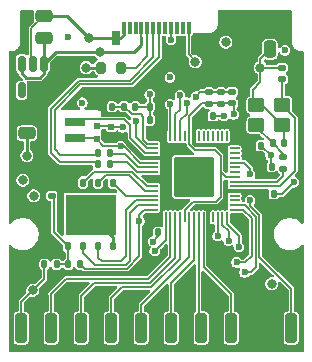
<source format=gbr>
%TF.GenerationSoftware,KiCad,Pcbnew,9.0.4*%
%TF.CreationDate,2025-09-18T11:34:16+02:00*%
%TF.ProjectId,rp2350_gpio_card,72703233-3530-45f6-9770-696f5f636172,X1*%
%TF.SameCoordinates,Original*%
%TF.FileFunction,Copper,L1,Top*%
%TF.FilePolarity,Positive*%
%FSLAX46Y46*%
G04 Gerber Fmt 4.6, Leading zero omitted, Abs format (unit mm)*
G04 Created by KiCad (PCBNEW 9.0.4) date 2025-09-18 11:34:16*
%MOMM*%
%LPD*%
G01*
G04 APERTURE LIST*
G04 Aperture macros list*
%AMRoundRect*
0 Rectangle with rounded corners*
0 $1 Rounding radius*
0 $2 $3 $4 $5 $6 $7 $8 $9 X,Y pos of 4 corners*
0 Add a 4 corners polygon primitive as box body*
4,1,4,$2,$3,$4,$5,$6,$7,$8,$9,$2,$3,0*
0 Add four circle primitives for the rounded corners*
1,1,$1+$1,$2,$3*
1,1,$1+$1,$4,$5*
1,1,$1+$1,$6,$7*
1,1,$1+$1,$8,$9*
0 Add four rect primitives between the rounded corners*
20,1,$1+$1,$2,$3,$4,$5,0*
20,1,$1+$1,$4,$5,$6,$7,0*
20,1,$1+$1,$6,$7,$8,$9,0*
20,1,$1+$1,$8,$9,$2,$3,0*%
%AMFreePoly0*
4,1,18,-0.437500,0.050000,-0.433694,0.069134,-0.422855,0.085355,-0.406634,0.096194,-0.387500,0.100000,0.387500,0.100000,0.437500,0.050000,0.437500,-0.050000,0.433694,-0.069134,0.422855,-0.085355,0.406634,-0.096194,0.387500,-0.100000,-0.387500,-0.100000,-0.406634,-0.096194,-0.422855,-0.085355,-0.433694,-0.069134,-0.437500,-0.050000,-0.437500,0.050000,-0.437500,0.050000,$1*%
%AMFreePoly1*
4,1,18,-0.437500,0.050000,-0.433694,0.069134,-0.422855,0.085355,-0.406634,0.096194,-0.387500,0.100000,0.387500,0.100000,0.406634,0.096194,0.422855,0.085355,0.433694,0.069134,0.437500,0.050000,0.437500,-0.050000,0.387500,-0.100000,-0.387500,-0.100000,-0.406634,-0.096194,-0.422855,-0.085355,-0.433694,-0.069134,-0.437500,-0.050000,-0.437500,0.050000,-0.437500,0.050000,$1*%
%AMFreePoly2*
4,1,18,-0.100000,0.387500,-0.050000,0.437500,0.050000,0.437500,0.069134,0.433694,0.085355,0.422855,0.096194,0.406634,0.100000,0.387500,0.100000,-0.387500,0.096194,-0.406634,0.085355,-0.422855,0.069134,-0.433694,0.050000,-0.437500,-0.050000,-0.437500,-0.069134,-0.433694,-0.085355,-0.422855,-0.096194,-0.406634,-0.100000,-0.387500,-0.100000,0.387500,-0.100000,0.387500,$1*%
%AMFreePoly3*
4,1,18,-0.100000,0.387500,-0.096194,0.406634,-0.085355,0.422855,-0.069134,0.433694,-0.050000,0.437500,0.050000,0.437500,0.100000,0.387500,0.100000,-0.387500,0.096194,-0.406634,0.085355,-0.422855,0.069134,-0.433694,0.050000,-0.437500,-0.050000,-0.437500,-0.069134,-0.433694,-0.085355,-0.422855,-0.096194,-0.406634,-0.100000,-0.387500,-0.100000,0.387500,-0.100000,0.387500,$1*%
%AMFreePoly4*
4,1,18,-0.437500,0.050000,-0.433694,0.069134,-0.422855,0.085355,-0.406634,0.096194,-0.387500,0.100000,0.387500,0.100000,0.406634,0.096194,0.422855,0.085355,0.433694,0.069134,0.437500,0.050000,0.437500,-0.050000,0.433694,-0.069134,0.422855,-0.085355,0.406634,-0.096194,0.387500,-0.100000,-0.387500,-0.100000,-0.437500,-0.050000,-0.437500,0.050000,-0.437500,0.050000,$1*%
%AMFreePoly5*
4,1,18,-0.437500,0.050000,-0.387500,0.100000,0.387500,0.100000,0.406634,0.096194,0.422855,0.085355,0.433694,0.069134,0.437500,0.050000,0.437500,-0.050000,0.433694,-0.069134,0.422855,-0.085355,0.406634,-0.096194,0.387500,-0.100000,-0.387500,-0.100000,-0.406634,-0.096194,-0.422855,-0.085355,-0.433694,-0.069134,-0.437500,-0.050000,-0.437500,0.050000,-0.437500,0.050000,$1*%
%AMFreePoly6*
4,1,18,-0.100000,0.387500,-0.096194,0.406634,-0.085355,0.422855,-0.069134,0.433694,-0.050000,0.437500,0.050000,0.437500,0.069134,0.433694,0.085355,0.422855,0.096194,0.406634,0.100000,0.387500,0.100000,-0.387500,0.050000,-0.437500,-0.050000,-0.437500,-0.069134,-0.433694,-0.085355,-0.422855,-0.096194,-0.406634,-0.100000,-0.387500,-0.100000,0.387500,-0.100000,0.387500,$1*%
%AMFreePoly7*
4,1,18,-0.100000,0.387500,-0.096194,0.406634,-0.085355,0.422855,-0.069134,0.433694,-0.050000,0.437500,0.050000,0.437500,0.069134,0.433694,0.085355,0.422855,0.096194,0.406634,0.100000,0.387500,0.100000,-0.387500,0.096194,-0.406634,0.085355,-0.422855,0.069134,-0.433694,0.050000,-0.437500,-0.050000,-0.437500,-0.100000,-0.387500,-0.100000,0.387500,-0.100000,0.387500,$1*%
G04 Aperture macros list end*
%TA.AperFunction,Conductor*%
%ADD10C,0.200000*%
%TD*%
%TA.AperFunction,SMDPad,CuDef*%
%ADD11RoundRect,0.200000X0.200000X0.275000X-0.200000X0.275000X-0.200000X-0.275000X0.200000X-0.275000X0*%
%TD*%
%TA.AperFunction,SMDPad,CuDef*%
%ADD12R,0.380000X1.000000*%
%TD*%
%TA.AperFunction,SMDPad,CuDef*%
%ADD13R,0.700000X1.150000*%
%TD*%
%TA.AperFunction,SMDPad,CuDef*%
%ADD14RoundRect,0.135000X0.185000X-0.135000X0.185000X0.135000X-0.185000X0.135000X-0.185000X-0.135000X0*%
%TD*%
%TA.AperFunction,SMDPad,CuDef*%
%ADD15RoundRect,0.250000X0.475000X-0.250000X0.475000X0.250000X-0.475000X0.250000X-0.475000X-0.250000X0*%
%TD*%
%TA.AperFunction,SMDPad,CuDef*%
%ADD16RoundRect,0.135000X-0.185000X0.135000X-0.185000X-0.135000X0.185000X-0.135000X0.185000X0.135000X0*%
%TD*%
%TA.AperFunction,SMDPad,CuDef*%
%ADD17RoundRect,0.250000X0.450000X0.350000X-0.450000X0.350000X-0.450000X-0.350000X0.450000X-0.350000X0*%
%TD*%
%TA.AperFunction,SMDPad,CuDef*%
%ADD18R,0.530000X0.470000*%
%TD*%
%TA.AperFunction,SMDPad,CuDef*%
%ADD19RoundRect,0.140000X-0.140000X-0.170000X0.140000X-0.170000X0.140000X0.170000X-0.140000X0.170000X0*%
%TD*%
%TA.AperFunction,SMDPad,CuDef*%
%ADD20RoundRect,0.250000X-0.250000X-0.475000X0.250000X-0.475000X0.250000X0.475000X-0.250000X0.475000X0*%
%TD*%
%TA.AperFunction,SMDPad,CuDef*%
%ADD21RoundRect,0.140000X0.140000X0.170000X-0.140000X0.170000X-0.140000X-0.170000X0.140000X-0.170000X0*%
%TD*%
%TA.AperFunction,SMDPad,CuDef*%
%ADD22RoundRect,0.250000X-0.250000X1.000000X-0.250000X-1.000000X0.250000X-1.000000X0.250000X1.000000X0*%
%TD*%
%TA.AperFunction,SMDPad,CuDef*%
%ADD23RoundRect,0.135000X-0.135000X-0.185000X0.135000X-0.185000X0.135000X0.185000X-0.135000X0.185000X0*%
%TD*%
%TA.AperFunction,SMDPad,CuDef*%
%ADD24RoundRect,0.150000X-0.150000X0.512500X-0.150000X-0.512500X0.150000X-0.512500X0.150000X0.512500X0*%
%TD*%
%TA.AperFunction,SMDPad,CuDef*%
%ADD25RoundRect,0.140000X0.170000X-0.140000X0.170000X0.140000X-0.170000X0.140000X-0.170000X-0.140000X0*%
%TD*%
%TA.AperFunction,SMDPad,CuDef*%
%ADD26RoundRect,0.250000X-0.475000X0.250000X-0.475000X-0.250000X0.475000X-0.250000X0.475000X0.250000X0*%
%TD*%
%TA.AperFunction,SMDPad,CuDef*%
%ADD27RoundRect,0.125000X0.125000X-0.250000X0.125000X0.250000X-0.125000X0.250000X-0.125000X-0.250000X0*%
%TD*%
%TA.AperFunction,HeatsinkPad*%
%ADD28R,4.300000X3.400000*%
%TD*%
%TA.AperFunction,SMDPad,CuDef*%
%ADD29RoundRect,0.135000X0.135000X0.185000X-0.135000X0.185000X-0.135000X-0.185000X0.135000X-0.185000X0*%
%TD*%
%TA.AperFunction,SMDPad,CuDef*%
%ADD30FreePoly0,90.000000*%
%TD*%
%TA.AperFunction,SMDPad,CuDef*%
%ADD31RoundRect,0.050000X0.050000X-0.387500X0.050000X0.387500X-0.050000X0.387500X-0.050000X-0.387500X0*%
%TD*%
%TA.AperFunction,SMDPad,CuDef*%
%ADD32FreePoly1,90.000000*%
%TD*%
%TA.AperFunction,SMDPad,CuDef*%
%ADD33FreePoly2,90.000000*%
%TD*%
%TA.AperFunction,SMDPad,CuDef*%
%ADD34RoundRect,0.050000X0.387500X-0.050000X0.387500X0.050000X-0.387500X0.050000X-0.387500X-0.050000X0*%
%TD*%
%TA.AperFunction,SMDPad,CuDef*%
%ADD35FreePoly3,90.000000*%
%TD*%
%TA.AperFunction,SMDPad,CuDef*%
%ADD36FreePoly4,90.000000*%
%TD*%
%TA.AperFunction,SMDPad,CuDef*%
%ADD37FreePoly5,90.000000*%
%TD*%
%TA.AperFunction,SMDPad,CuDef*%
%ADD38FreePoly6,90.000000*%
%TD*%
%TA.AperFunction,SMDPad,CuDef*%
%ADD39FreePoly7,90.000000*%
%TD*%
%TA.AperFunction,ComponentPad*%
%ADD40C,0.600000*%
%TD*%
%TA.AperFunction,SMDPad,CuDef*%
%ADD41RoundRect,0.153000X1.547000X1.547000X-1.547000X1.547000X-1.547000X-1.547000X1.547000X-1.547000X0*%
%TD*%
%TA.AperFunction,SMDPad,CuDef*%
%ADD42R,1.700000X0.700000*%
%TD*%
%TA.AperFunction,ViaPad*%
%ADD43C,0.600000*%
%TD*%
%TA.AperFunction,ViaPad*%
%ADD44C,0.800000*%
%TD*%
%TA.AperFunction,Conductor*%
%ADD45C,0.152400*%
%TD*%
%TA.AperFunction,Conductor*%
%ADD46C,0.127000*%
%TD*%
%TA.AperFunction,Conductor*%
%ADD47C,0.254000*%
%TD*%
%TA.AperFunction,Conductor*%
%ADD48C,0.250000*%
%TD*%
G04 APERTURE END LIST*
D10*
%TO.N,+3.3V*%
X107390000Y-61646434D02*
X108230000Y-62400000D01*
%TD*%
D11*
%TO.P,R4,1*%
%TO.N,Net-(P1-CC)*%
X100530183Y-57546434D03*
%TO.P,R4,2*%
%TO.N,GND*%
X98880183Y-57546434D03*
%TD*%
D12*
%TO.P,P1,A1,GND*%
%TO.N,GND*%
X100805183Y-54186434D03*
%TO.P,P1,A2*%
%TO.N,N/C*%
X101305183Y-54186434D03*
%TO.P,P1,A3*%
X101805183Y-54186434D03*
%TO.P,P1,A4,VBUS*%
%TO.N,VBUS*%
X102305183Y-54186434D03*
%TO.P,P1,A5,CC*%
%TO.N,Net-(P1-CC)*%
X102805183Y-54186434D03*
%TO.P,P1,A6,D+*%
%TO.N,/USB_D+*%
X103305183Y-54186434D03*
%TO.P,P1,A7,D-*%
%TO.N,/USB_D-*%
X103805183Y-54186434D03*
%TO.P,P1,A8*%
%TO.N,N/C*%
X104305183Y-54186434D03*
%TO.P,P1,A9,VBUS*%
%TO.N,VBUS*%
X104805183Y-54186434D03*
%TO.P,P1,A10*%
%TO.N,N/C*%
X105305183Y-54186434D03*
%TO.P,P1,A11*%
X105805183Y-54186434D03*
%TO.P,P1,A12,GND*%
%TO.N,GND*%
X106305183Y-54186434D03*
D13*
%TO.P,P1,S1,SHIELD*%
X100135183Y-55026434D03*
%TD*%
D14*
%TO.P,R8,1*%
%TO.N,/XOUT*%
X114300000Y-66110000D03*
%TO.P,R8,2*%
%TO.N,Net-(C16-Pad1)*%
X114300000Y-65090000D03*
%TD*%
D15*
%TO.P,C19,1*%
%TO.N,VBUS*%
X94055183Y-55046434D03*
%TO.P,C19,2*%
%TO.N,GND*%
X94055183Y-53146434D03*
%TD*%
D16*
%TO.P,R5,1*%
%TO.N,+3.3V*%
X94700000Y-67390000D03*
%TO.P,R5,2*%
%TO.N,/FLASH_SS*%
X94700000Y-68410000D03*
%TD*%
D17*
%TO.P,Y1,1,1*%
%TO.N,/XIN*%
X114235183Y-60726434D03*
%TO.P,Y1,2,2*%
%TO.N,GND*%
X112035183Y-60726434D03*
%TO.P,Y1,3,3*%
%TO.N,Net-(C16-Pad1)*%
X112035183Y-62426434D03*
%TO.P,Y1,4,4*%
%TO.N,GND*%
X114235183Y-62426434D03*
%TD*%
D18*
%TO.P,C1,1*%
%TO.N,+3.3V*%
X99750000Y-63615000D03*
%TO.P,C1,2*%
%TO.N,GND*%
X99750000Y-62585000D03*
%TD*%
D19*
%TO.P,C9,1*%
%TO.N,+3.3V*%
X102780000Y-71480000D03*
%TO.P,C9,2*%
%TO.N,GND*%
X103740000Y-71480000D03*
%TD*%
D20*
%TO.P,C2,1*%
%TO.N,+3.3V*%
X111280000Y-56000000D03*
%TO.P,C2,2*%
%TO.N,GND*%
X113180000Y-56000000D03*
%TD*%
D19*
%TO.P,C10,1*%
%TO.N,+3.3V*%
X107400000Y-61646434D03*
%TO.P,C10,2*%
%TO.N,GND*%
X108360000Y-61646434D03*
%TD*%
D21*
%TO.P,C17,1*%
%TO.N,+3.3V*%
X103980000Y-60850000D03*
%TO.P,C17,2*%
%TO.N,GND*%
X103020000Y-60850000D03*
%TD*%
D22*
%TO.P,J2,1,Pin_1*%
%TO.N,/RUN*%
X114985183Y-79600000D03*
%TO.P,J2,2,Pin_2*%
%TO.N,+3.3V*%
X112445183Y-79600000D03*
%TO.P,J2,3,Pin_3*%
%TO.N,/GPIO7*%
X109905183Y-79600000D03*
%TO.P,J2,4,Pin_4*%
%TO.N,/GPIO6*%
X107365183Y-79600000D03*
%TO.P,J2,5,Pin_5*%
%TO.N,/GPIO5*%
X104825183Y-79600000D03*
%TO.P,J2,6,Pin_6*%
%TO.N,/GPIO4*%
X102285183Y-79600000D03*
%TO.P,J2,7,Pin_7*%
%TO.N,/GPIO3*%
X99745183Y-79600000D03*
%TO.P,J2,8,Pin_8*%
%TO.N,/GPIO2*%
X97205183Y-79600000D03*
%TO.P,J2,9,Pin_9*%
%TO.N,/GPIO1*%
X94665183Y-79600000D03*
%TO.P,J2,10,Pin_10*%
%TO.N,/GPIO0*%
X92125183Y-79600000D03*
%TD*%
D21*
%TO.P,C8,1*%
%TO.N,+3.3V*%
X103980000Y-62000000D03*
%TO.P,C8,2*%
%TO.N,GND*%
X103020000Y-62000000D03*
%TD*%
D18*
%TO.P,C3,1*%
%TO.N,+1V1*%
X98500000Y-63565000D03*
%TO.P,C3,2*%
%TO.N,GND*%
X98500000Y-62535000D03*
%TD*%
D19*
%TO.P,C5,1*%
%TO.N,/VREG_AVDD*%
X100820000Y-60850000D03*
%TO.P,C5,2*%
%TO.N,GND*%
X101780000Y-60850000D03*
%TD*%
D23*
%TO.P,R3,1*%
%TO.N,/USB_D-*%
X98590000Y-64750000D03*
%TO.P,R3,2*%
%TO.N,Net-(U1-USB_DM)*%
X99610000Y-64750000D03*
%TD*%
D24*
%TO.P,U4,1,VIN*%
%TO.N,VBUS*%
X94067683Y-57208934D03*
%TO.P,U4,2,GND*%
%TO.N,GND*%
X93117683Y-57208934D03*
%TO.P,U4,3,EN*%
%TO.N,VBUS*%
X92167683Y-57208934D03*
%TO.P,U4,4,NC*%
%TO.N,unconnected-(U4-NC-Pad4)*%
X92167683Y-59483934D03*
%TO.P,U4,5,VOUT*%
%TO.N,+3.3V*%
X94067683Y-59483934D03*
%TD*%
D23*
%TO.P,R1,1*%
%TO.N,+3.3V*%
X98790000Y-60860000D03*
%TO.P,R1,2*%
%TO.N,/VREG_AVDD*%
X99810000Y-60860000D03*
%TD*%
%TO.P,R7,1*%
%TO.N,/GPIO0*%
X94090000Y-74200000D03*
%TO.P,R7,2*%
%TO.N,/FLASH_SS*%
X95110000Y-74200000D03*
%TD*%
D25*
%TO.P,C15,1*%
%TO.N,/XIN*%
X114235183Y-58526434D03*
%TO.P,C15,2*%
%TO.N,GND*%
X114235183Y-57566434D03*
%TD*%
D23*
%TO.P,R2,1*%
%TO.N,/USB_D+*%
X98590000Y-65700000D03*
%TO.P,R2,2*%
%TO.N,Net-(U1-USB_DP)*%
X99610000Y-65700000D03*
%TD*%
D26*
%TO.P,C21,1*%
%TO.N,+3.3V*%
X92600000Y-61200000D03*
%TO.P,C21,2*%
%TO.N,GND*%
X92600000Y-63100000D03*
%TD*%
D19*
%TO.P,C12,1*%
%TO.N,+3.3V*%
X111440000Y-64160000D03*
%TO.P,C12,2*%
%TO.N,GND*%
X112400000Y-64160000D03*
%TD*%
D25*
%TO.P,C4,1*%
%TO.N,+1V1*%
X110005183Y-60576434D03*
%TO.P,C4,2*%
%TO.N,GND*%
X110005183Y-59616434D03*
%TD*%
D27*
%TO.P,U2,1,~{CS}*%
%TO.N,/FLASH_SS*%
X96100183Y-72696434D03*
%TO.P,U2,2,DO/IO_{1}*%
%TO.N,/QSPI_SD1*%
X97370183Y-72696434D03*
%TO.P,U2,3,~{WP}/IO_{2}*%
%TO.N,/QSPI_SD2*%
X98640183Y-72696434D03*
%TO.P,U2,4,GND*%
%TO.N,GND*%
X99910183Y-72696434D03*
%TO.P,U2,5,DI/IO_{0}*%
%TO.N,/QSPI_SD0*%
X99910183Y-67296434D03*
%TO.P,U2,6,CLK*%
%TO.N,/QSPI_SCLK*%
X98640183Y-67296434D03*
%TO.P,U2,7,~{HOLD}/~{RESET}/IO_{3}*%
%TO.N,/QSPI_SD3*%
X97370183Y-67296434D03*
%TO.P,U2,8,VCC*%
%TO.N,+3.3V*%
X96100183Y-67296434D03*
D28*
%TO.P,U2,9,EP*%
%TO.N,GND*%
X98005183Y-69996434D03*
%TD*%
D25*
%TO.P,C6,1*%
%TO.N,+1V1*%
X109000000Y-60610000D03*
%TO.P,C6,2*%
%TO.N,GND*%
X109000000Y-59650000D03*
%TD*%
%TO.P,C7,1*%
%TO.N,+1V1*%
X107980000Y-60600000D03*
%TO.P,C7,2*%
%TO.N,GND*%
X107980000Y-59640000D03*
%TD*%
D19*
%TO.P,C13,1*%
%TO.N,+3.3V*%
X112550000Y-68250000D03*
%TO.P,C13,2*%
%TO.N,GND*%
X113510000Y-68250000D03*
%TD*%
D29*
%TO.P,R6,1*%
%TO.N,/QSPI_SS*%
X97120000Y-74200000D03*
%TO.P,R6,2*%
%TO.N,/FLASH_SS*%
X96100000Y-74200000D03*
%TD*%
D19*
%TO.P,C14,1*%
%TO.N,+3.3V*%
X112367836Y-65930000D03*
%TO.P,C14,2*%
%TO.N,GND*%
X113327836Y-65930000D03*
%TD*%
%TO.P,C16,1*%
%TO.N,Net-(C16-Pad1)*%
X113405183Y-63956434D03*
%TO.P,C16,2*%
%TO.N,GND*%
X114365183Y-63956434D03*
%TD*%
D30*
%TO.P,U1,1,IOVDD*%
%TO.N,+3.3V*%
X103955183Y-70233934D03*
D31*
%TO.P,U1,2,GPIO0*%
%TO.N,/GPIO0*%
X104355183Y-70233934D03*
%TO.P,U1,3,GPIO1*%
%TO.N,/GPIO1*%
X104755183Y-70233934D03*
%TO.P,U1,4,GPIO2*%
%TO.N,/GPIO2*%
X105155183Y-70233934D03*
%TO.P,U1,5,GPIO3*%
%TO.N,/GPIO3*%
X105555183Y-70233934D03*
%TO.P,U1,6,DVDD*%
%TO.N,+1V1*%
X105955183Y-70233934D03*
%TO.P,U1,7,GPIO4*%
%TO.N,/GPIO4*%
X106355183Y-70233934D03*
%TO.P,U1,8,GPIO5*%
%TO.N,/GPIO5*%
X106755183Y-70233934D03*
%TO.P,U1,9,GPIO6*%
%TO.N,/GPIO6*%
X107155183Y-70233934D03*
%TO.P,U1,10,GPIO7*%
%TO.N,/GPIO7*%
X107555183Y-70233934D03*
%TO.P,U1,11,IOVDD*%
%TO.N,+3.3V*%
X107955183Y-70233934D03*
%TO.P,U1,12,GPIO8*%
%TO.N,/GPIO8*%
X108355183Y-70233934D03*
%TO.P,U1,13,GPIO9*%
%TO.N,/GPIO9*%
X108755183Y-70233934D03*
%TO.P,U1,14,GPIO10*%
%TO.N,/GPIO10*%
X109155183Y-70233934D03*
D32*
%TO.P,U1,15,GPIO11*%
%TO.N,/GPIO11*%
X109555183Y-70233934D03*
D33*
%TO.P,U1,16,GPIO12*%
%TO.N,/GPIO12*%
X110192683Y-69596434D03*
D34*
%TO.P,U1,17,GPIO13*%
%TO.N,/GPIO13*%
X110192683Y-69196434D03*
%TO.P,U1,18,GPIO14*%
%TO.N,/GPIO14*%
X110192683Y-68796434D03*
%TO.P,U1,19,GPIO15*%
%TO.N,/GPIO15*%
X110192683Y-68396434D03*
%TO.P,U1,20,IOVDD*%
%TO.N,+3.3V*%
X110192683Y-67996434D03*
%TO.P,U1,21,XIN*%
%TO.N,/XIN*%
X110192683Y-67596434D03*
%TO.P,U1,22,XOUT*%
%TO.N,/XOUT*%
X110192683Y-67196434D03*
%TO.P,U1,23,DVDD*%
%TO.N,+1V1*%
X110192683Y-66796434D03*
%TO.P,U1,24,SWCLK*%
%TO.N,/SWCLK*%
X110192683Y-66396434D03*
%TO.P,U1,25,SWD*%
%TO.N,/SWD*%
X110192683Y-65996434D03*
%TO.P,U1,26,RUN*%
%TO.N,/RUN*%
X110192683Y-65596434D03*
%TO.P,U1,27,GPIO16*%
%TO.N,/GPIO16*%
X110192683Y-65196434D03*
%TO.P,U1,28,GPIO17*%
%TO.N,/GPIO17*%
X110192683Y-64796434D03*
%TO.P,U1,29,GPIO18*%
%TO.N,/GPIO18*%
X110192683Y-64396434D03*
D35*
%TO.P,U1,30,IOVDD*%
%TO.N,+3.3V*%
X110192683Y-63996434D03*
D36*
%TO.P,U1,31,GPIO19*%
%TO.N,/GPIO19*%
X109555183Y-63358934D03*
D31*
%TO.P,U1,32,GPIO20*%
%TO.N,/GPIO20*%
X109155183Y-63358934D03*
%TO.P,U1,33,GPIO21*%
%TO.N,/GPIO21*%
X108755183Y-63358934D03*
%TO.P,U1,34,GPIO22*%
%TO.N,/GPIO22*%
X108355183Y-63358934D03*
%TO.P,U1,35,GPIO23*%
%TO.N,/GPIO23*%
X107955183Y-63358934D03*
%TO.P,U1,36,GPIO24*%
%TO.N,/GPIO24*%
X107555183Y-63358934D03*
%TO.P,U1,37,GPIO25*%
%TO.N,/GPIO25*%
X107155183Y-63358934D03*
%TO.P,U1,38,IOVDD*%
%TO.N,+3.3V*%
X106755183Y-63358934D03*
%TO.P,U1,39,DVDD*%
%TO.N,+1V1*%
X106355183Y-63358934D03*
%TO.P,U1,40,GPIO26_ADC0*%
%TO.N,/GPIO26_ADC0*%
X105955183Y-63358934D03*
%TO.P,U1,41,GPIO27_ADC1*%
%TO.N,/GPIO27_ADC1*%
X105555183Y-63358934D03*
%TO.P,U1,42,GPIO28_ADC2*%
%TO.N,/GPIO28_ADC2*%
X105155183Y-63358934D03*
%TO.P,U1,43,GPIO29_ADC3*%
%TO.N,/GPIO29_ADC3*%
X104755183Y-63358934D03*
%TO.P,U1,44,ADC_AVDD*%
%TO.N,+3.3V*%
X104355183Y-63358934D03*
D37*
%TO.P,U1,45,IOVDD*%
X103955183Y-63358934D03*
D38*
%TO.P,U1,46,VREG_AVDD*%
%TO.N,/VREG_AVDD*%
X103317683Y-63996434D03*
D34*
%TO.P,U1,47,VREG_PGND*%
%TO.N,GND*%
X103317683Y-64396434D03*
%TO.P,U1,48,VREG_LX*%
%TO.N,/VREG_LX*%
X103317683Y-64796434D03*
%TO.P,U1,49,VREG_VIN*%
%TO.N,+3.3V*%
X103317683Y-65196434D03*
%TO.P,U1,50,VREG_FB*%
%TO.N,+1V1*%
X103317683Y-65596434D03*
%TO.P,U1,51,USB_DM*%
%TO.N,Net-(U1-USB_DM)*%
X103317683Y-65996434D03*
%TO.P,U1,52,USB_DP*%
%TO.N,Net-(U1-USB_DP)*%
X103317683Y-66396434D03*
%TO.P,U1,53,USB_OTP_VDD*%
%TO.N,+3.3V*%
X103317683Y-66796434D03*
%TO.P,U1,54,QSPI_IOVDD*%
X103317683Y-67196434D03*
%TO.P,U1,55,QSPI_SD3*%
%TO.N,/QSPI_SD3*%
X103317683Y-67596434D03*
%TO.P,U1,56,QSPI_SCLK*%
%TO.N,/QSPI_SCLK*%
X103317683Y-67996434D03*
%TO.P,U1,57,QSPI_SD0*%
%TO.N,/QSPI_SD0*%
X103317683Y-68396434D03*
%TO.P,U1,58,QSPI_SD2*%
%TO.N,/QSPI_SD2*%
X103317683Y-68796434D03*
%TO.P,U1,59,QSPI_SD1*%
%TO.N,/QSPI_SD1*%
X103317683Y-69196434D03*
D39*
%TO.P,U1,60,QSPI_SS*%
%TO.N,/QSPI_SS*%
X103317683Y-69596434D03*
D40*
%TO.P,U1,61,GND*%
%TO.N,GND*%
X105380183Y-68171434D03*
X106755183Y-68171434D03*
X108130183Y-68171434D03*
X105380183Y-66796434D03*
X106755183Y-66796434D03*
D41*
X106755183Y-66796434D03*
D40*
X108130183Y-66796434D03*
X105380183Y-65421434D03*
X106755183Y-65421434D03*
X108130183Y-65421434D03*
%TD*%
D42*
%TO.P,L1,1,1*%
%TO.N,+1V1*%
X96708211Y-63550000D03*
%TO.P,L1,2,2*%
%TO.N,/VREG_LX*%
X96708211Y-62150000D03*
%TD*%
D43*
%TO.N,*%
X96090000Y-54990000D03*
X114460000Y-56080000D03*
X104710000Y-58370000D03*
X97300000Y-60530000D03*
%TO.N,+1V1*%
X110100000Y-61510000D03*
X100550000Y-64200000D03*
%TO.N,VBUS*%
X104805183Y-55220000D03*
D44*
X98800000Y-56246434D03*
D43*
%TO.N,/GPIO27_ADC1*%
X106140000Y-60530000D03*
%TO.N,/GPIO29_ADC3*%
X104755183Y-60670000D03*
%TO.N,/GPIO11*%
X110555183Y-72750000D03*
%TO.N,/QSPI_SS*%
X102130183Y-70540000D03*
%TO.N,/RUN*%
X111500000Y-66600000D03*
X111500000Y-68800000D03*
%TO.N,/GPIO10*%
X109680183Y-72205729D03*
%TO.N,/GPIO9*%
X108755502Y-71815683D03*
%TO.N,/GPIO28_ADC2*%
X105560000Y-59900000D03*
%TO.N,/GPIO0*%
X103434390Y-73064390D03*
D44*
X93100000Y-76400000D03*
D43*
%TO.N,/GPIO13*%
X111040000Y-74896434D03*
%TO.N,/GPIO12*%
X110370000Y-74046434D03*
D44*
%TO.N,GND*%
X97900000Y-55050000D03*
D43*
X103304724Y-72274724D03*
D44*
X96600000Y-70000000D03*
D43*
X109260000Y-61650000D03*
D44*
X109430000Y-55400000D03*
X112380000Y-57550000D03*
D43*
X103010000Y-59820000D03*
X106930000Y-60010000D03*
D44*
X98005183Y-69996434D03*
D43*
X101850000Y-62050000D03*
D44*
X92600000Y-65000000D03*
X93200000Y-68410000D03*
X113330000Y-75850000D03*
D43*
X115180000Y-67250000D03*
D44*
X106860000Y-57060000D03*
X92250000Y-67080000D03*
D43*
X100700000Y-62600000D03*
D44*
X99300000Y-70000000D03*
D43*
X113250000Y-64980000D03*
D44*
X97630183Y-57546434D03*
%TD*%
D10*
%TO.N,GND*%
X112380000Y-57550000D02*
X112380000Y-56800000D01*
X112380000Y-56800000D02*
X113180000Y-56000000D01*
X112380000Y-57550000D02*
X114218749Y-57550000D01*
X114218749Y-57550000D02*
X114235183Y-57566434D01*
X112380000Y-57550000D02*
X112380000Y-58770000D01*
X112380000Y-58770000D02*
X111730000Y-59420000D01*
X111730000Y-59420000D02*
X111730000Y-60421251D01*
D45*
%TO.N,+1V1*%
X109000000Y-66373821D02*
X109422613Y-66796434D01*
D46*
X99085000Y-64150000D02*
X100500000Y-64150000D01*
X100550000Y-64200000D02*
X100800000Y-64200000D01*
X96708211Y-63550000D02*
X98485000Y-63550000D01*
D45*
X107423566Y-60576434D02*
X110005183Y-60576434D01*
D46*
X102196434Y-65596434D02*
X103317683Y-65596434D01*
D45*
X106355183Y-63358934D02*
X106355183Y-61644817D01*
D46*
X98485000Y-63550000D02*
X98500000Y-63565000D01*
D45*
X109422613Y-66796434D02*
X110192683Y-66796434D01*
X106800000Y-64500000D02*
X106355183Y-64055183D01*
X105955183Y-70233934D02*
X105955183Y-69644817D01*
X110100000Y-61510000D02*
X110100000Y-60471251D01*
X110100000Y-60671251D02*
X110005183Y-60576434D01*
X108500000Y-64500000D02*
X106800000Y-64500000D01*
X108600000Y-68900000D02*
X109000000Y-68500000D01*
X106355183Y-61644817D02*
X107423566Y-60576434D01*
D46*
X100500000Y-64150000D02*
X100550000Y-64200000D01*
D45*
X106700000Y-68900000D02*
X108600000Y-68900000D01*
D46*
X100800000Y-64200000D02*
X102196434Y-65596434D01*
D45*
X105955183Y-69644817D02*
X106700000Y-68900000D01*
X109000000Y-65000000D02*
X108500000Y-64500000D01*
X106355183Y-64055183D02*
X106355183Y-63358934D01*
D46*
X98500000Y-63565000D02*
X99085000Y-64150000D01*
D45*
X109000000Y-66373821D02*
X109000000Y-65000000D01*
X109000000Y-68500000D02*
X109000000Y-66373821D01*
%TO.N,VBUS*%
X104805183Y-54186434D02*
X104805183Y-55220000D01*
D47*
X102300183Y-55636434D02*
X102300183Y-54926434D01*
X102300183Y-54926434D02*
X102305183Y-54921434D01*
X101690183Y-56246434D02*
X102300183Y-55636434D01*
X92167683Y-58008934D02*
X92555183Y-58396434D01*
X94067683Y-57208934D02*
X94067683Y-55058934D01*
X95030183Y-56246434D02*
X94067683Y-57208934D01*
X94067683Y-58033934D02*
X94067683Y-57208934D01*
D45*
X102305183Y-54186434D02*
X102305183Y-54921434D01*
D47*
X98800000Y-56246434D02*
X95030183Y-56246434D01*
D45*
X94067683Y-55058934D02*
X94055183Y-55046434D01*
D47*
X93705183Y-58396434D02*
X94067683Y-58033934D01*
X92167683Y-57208934D02*
X92167683Y-58008934D01*
X98800000Y-56246434D02*
X101690183Y-56246434D01*
X92555183Y-58396434D02*
X93705183Y-58396434D01*
D46*
%TO.N,/VREG_AVDD*%
X99820000Y-60850000D02*
X99810000Y-60860000D01*
X100820000Y-60850000D02*
X99820000Y-60850000D01*
X100800000Y-60830000D02*
X100820000Y-60850000D01*
D45*
X102796434Y-63996434D02*
X103317683Y-63996434D01*
X103314117Y-64000000D02*
X103317683Y-63996434D01*
X101462800Y-61492800D02*
X100820000Y-60850000D01*
X102462800Y-63662800D02*
X102796434Y-63996434D01*
X102462800Y-61712800D02*
X102242800Y-61492800D01*
X102462800Y-61712800D02*
X102462800Y-63662800D01*
X102242800Y-61492800D02*
X101462800Y-61492800D01*
%TO.N,/XIN*%
X109842683Y-67596434D02*
X114003566Y-67596434D01*
X114003566Y-67596434D02*
X115300000Y-66300000D01*
X115300000Y-66300000D02*
X115300000Y-61791251D01*
X115300000Y-61791251D02*
X114235183Y-60726434D01*
X114235183Y-60726434D02*
X114235183Y-58526434D01*
%TO.N,Net-(C16-Pad1)*%
X114300000Y-64851251D02*
X113405183Y-63956434D01*
X113405183Y-63956434D02*
X112035183Y-62586434D01*
X112035183Y-62586434D02*
X112035183Y-62426434D01*
X112025183Y-62436434D02*
X112035183Y-62426434D01*
X114300000Y-65090000D02*
X114300000Y-64851251D01*
%TO.N,+3.3V*%
X103317683Y-65196434D02*
X102353566Y-65196434D01*
X103963566Y-67196434D02*
X104355183Y-66804817D01*
D10*
X112445183Y-77283175D02*
X112445183Y-79600000D01*
X107955183Y-70233934D02*
X107955183Y-72793175D01*
D45*
X107955183Y-70233934D02*
X107932383Y-70256734D01*
X94105183Y-59446434D02*
X94067683Y-59483934D01*
X100772132Y-63615000D02*
X102353566Y-65196434D01*
X107400000Y-61646434D02*
X107400000Y-61780000D01*
D10*
X112367836Y-65087836D02*
X111440000Y-64160000D01*
X112367836Y-65930000D02*
X112367836Y-65087836D01*
D45*
X99750000Y-63615000D02*
X100772132Y-63615000D01*
X103317683Y-66796434D02*
X103828749Y-66796434D01*
X104355183Y-66804817D02*
X104355183Y-66270000D01*
X104355183Y-66270000D02*
X104355183Y-63358934D01*
D10*
X107955183Y-72793175D02*
X112445183Y-77283175D01*
D45*
X107400000Y-61780000D02*
X106770000Y-62410000D01*
X103828749Y-66796434D02*
X104355183Y-66270000D01*
X103317683Y-67196434D02*
X103963566Y-67196434D01*
D47*
X111440000Y-64160000D02*
X110350000Y-63070000D01*
D45*
%TO.N,/GPIO27_ADC1*%
X105555183Y-62024817D02*
X106140000Y-61440000D01*
X106140000Y-61440000D02*
X106140000Y-60530000D01*
X105555183Y-63358934D02*
X105555183Y-62024817D01*
%TO.N,/GPIO29_ADC3*%
X104755183Y-60700000D02*
X104755183Y-63358934D01*
%TO.N,/GPIO11*%
X110555183Y-71771434D02*
X109555183Y-70771434D01*
X110555183Y-72771434D02*
X110555183Y-72750000D01*
X110555183Y-72771434D02*
X110580183Y-72746434D01*
X110555183Y-72750000D02*
X110555183Y-71771434D01*
X109555183Y-70771434D02*
X109555183Y-70233934D01*
%TO.N,/QSPI_SS*%
X102555183Y-69596434D02*
X103317683Y-69596434D01*
X101071329Y-74576834D02*
X97496834Y-74576834D01*
X97496834Y-74576834D02*
X97120000Y-74200000D01*
X102130183Y-73517980D02*
X101071329Y-74576834D01*
X102130183Y-70540000D02*
X102130183Y-73517980D01*
X102130183Y-70540000D02*
X102130183Y-70021434D01*
X102130183Y-70021434D02*
X102555183Y-69596434D01*
%TO.N,/RUN*%
X111500000Y-66100000D02*
X110996434Y-65596434D01*
X112280400Y-73580400D02*
X114985183Y-76285183D01*
X110996434Y-65596434D02*
X110192683Y-65596434D01*
X111500000Y-69269922D02*
X112280400Y-70050323D01*
X114985183Y-76285183D02*
X114985183Y-80196434D01*
X112280400Y-70050323D02*
X112280400Y-73580400D01*
X111500000Y-68800000D02*
X111500000Y-69269922D01*
X111500000Y-66570000D02*
X111500000Y-66100000D01*
%TO.N,/GPIO10*%
X109680183Y-71396218D02*
X109155183Y-70871218D01*
X109155183Y-70871218D02*
X109155183Y-70233934D01*
X109680183Y-72196434D02*
X109680183Y-71396218D01*
%TO.N,/GPIO9*%
X108755502Y-71815683D02*
X108755183Y-71815364D01*
X108755183Y-71815364D02*
X108755183Y-70233934D01*
%TO.N,/GPIO28_ADC2*%
X105155183Y-61504817D02*
X105155183Y-63358934D01*
X105560000Y-59900000D02*
X105560000Y-61100000D01*
X105560000Y-61100000D02*
X105155183Y-61504817D01*
%TO.N,/GPIO2*%
X102997951Y-75803234D02*
X98305183Y-75803234D01*
X105155183Y-70233934D02*
X105155183Y-73646002D01*
X105155183Y-73646002D02*
X102997951Y-75803234D01*
X98305183Y-75803234D02*
X97205183Y-76903234D01*
X97205183Y-76903234D02*
X97205183Y-80196434D01*
%TO.N,/GPIO1*%
X94665183Y-76706434D02*
X94665183Y-80196434D01*
X104755183Y-73546218D02*
X102851567Y-75449834D01*
X104755183Y-70233934D02*
X104755183Y-73546218D01*
X102851567Y-75449834D02*
X95901783Y-75449834D01*
X94655183Y-76696434D02*
X94665183Y-76706434D01*
X95901783Y-75449834D02*
X94655183Y-76696434D01*
%TO.N,/GPIO5*%
X106755183Y-73846218D02*
X104825183Y-75776218D01*
X106755183Y-70233934D02*
X106755183Y-73846218D01*
X104825183Y-75776218D02*
X104825183Y-80196434D01*
%TO.N,/GPIO4*%
X106355183Y-73571434D02*
X102285183Y-77641434D01*
X106355183Y-70233934D02*
X106355183Y-73571434D01*
X102285183Y-77641434D02*
X102285183Y-80196434D01*
%TO.N,/GPIO6*%
X107155183Y-70233934D02*
X107155183Y-79986434D01*
X107155183Y-79986434D02*
X107365183Y-80196434D01*
%TO.N,/GPIO0*%
X94090000Y-74200000D02*
X94090000Y-75410000D01*
X104357200Y-70235951D02*
X104355183Y-70233934D01*
X104355183Y-71938707D02*
X104357200Y-71936690D01*
X104355183Y-72144817D02*
X103602808Y-72897192D01*
X94090000Y-75410000D02*
X93100000Y-76400000D01*
X104355183Y-71938707D02*
X104355183Y-70233934D01*
X103602808Y-72897192D02*
X103601588Y-72897192D01*
X92125183Y-77374817D02*
X92125183Y-79600000D01*
X104355183Y-71938707D02*
X104355183Y-72144817D01*
X93100000Y-76400000D02*
X92125183Y-77374817D01*
%TO.N,/GPIO3*%
X99745183Y-77066634D02*
X99745183Y-80196434D01*
X103144335Y-76156634D02*
X100655183Y-76156634D01*
X100655183Y-76156634D02*
X99745183Y-77066634D01*
X105555183Y-73745785D02*
X103144335Y-76156634D01*
X105555183Y-70233934D02*
X105555183Y-73745785D01*
%TO.N,/GPIO7*%
X109905183Y-76746434D02*
X109905183Y-80196434D01*
X107555183Y-74396434D02*
X109905183Y-76746434D01*
X107555183Y-70233934D02*
X107555183Y-74396434D01*
%TO.N,/VREG_LX*%
X100820000Y-61920000D02*
X96938211Y-61920000D01*
X101350000Y-62450000D02*
X100820000Y-61920000D01*
X102619565Y-64796434D02*
X101350000Y-63526869D01*
X101350000Y-63526869D02*
X101350000Y-62450000D01*
X103317683Y-64796434D02*
X102619565Y-64796434D01*
%TO.N,Net-(P1-CC)*%
X102805183Y-56571434D02*
X102805183Y-54186434D01*
X100530183Y-57546434D02*
X101830183Y-57546434D01*
X101830183Y-57546434D02*
X102805183Y-56571434D01*
D10*
%TO.N,/USB_D+*%
X94632000Y-61018000D02*
X94632000Y-64742000D01*
X94632000Y-64742000D02*
X95430000Y-65540000D01*
X103305183Y-54971434D02*
X103305183Y-56652878D01*
X103305183Y-56652878D02*
X101308061Y-58650000D01*
X97000000Y-58650000D02*
X94632000Y-61018000D01*
X101308061Y-58650000D02*
X97000000Y-58650000D01*
D45*
X103305183Y-54186434D02*
X103305183Y-54971434D01*
D10*
X95430000Y-65540000D02*
X98430000Y-65540000D01*
X98430000Y-65540000D02*
X98590000Y-65700000D01*
D45*
%TO.N,/USB_D-*%
X103805183Y-54186434D02*
X103805183Y-54961434D01*
D10*
X98540000Y-64800000D02*
X98590000Y-64750000D01*
X97135862Y-58978000D02*
X101462722Y-58978000D01*
X98590000Y-64750000D02*
X98420000Y-64920000D01*
X94960000Y-61153862D02*
X97135862Y-58978000D01*
X98420000Y-64920000D02*
X95440000Y-64920000D01*
X101462722Y-58978000D02*
X103800000Y-56640722D01*
X103800000Y-56640722D02*
X103800000Y-54959278D01*
X94960000Y-64440000D02*
X94960000Y-61153862D01*
X95440000Y-64920000D02*
X94960000Y-64440000D01*
D46*
%TO.N,Net-(U1-USB_DP)*%
X101953563Y-66396434D02*
X101507129Y-65950000D01*
D10*
X101107129Y-65550000D02*
X101507129Y-65950000D01*
X99760000Y-65550000D02*
X101107129Y-65550000D01*
D46*
X103317683Y-66396434D02*
X101953563Y-66396434D01*
D10*
X99610000Y-65700000D02*
X99760000Y-65550000D01*
%TO.N,Net-(U1-USB_DM)*%
X99610000Y-64750000D02*
X99710000Y-64850000D01*
D46*
X103317683Y-65996434D02*
X102046434Y-65996434D01*
D10*
X101500000Y-65450000D02*
X101640000Y-65590000D01*
X100900000Y-64850000D02*
X101500000Y-65450000D01*
X100650000Y-64850000D02*
X100900000Y-64850000D01*
X99710000Y-64850000D02*
X100650000Y-64850000D01*
D46*
X102046434Y-65996434D02*
X101640000Y-65590000D01*
D45*
%TO.N,/FLASH_SS*%
X94700000Y-68410000D02*
X94900000Y-68610000D01*
X96100183Y-72696434D02*
X96100183Y-74199817D01*
X94900000Y-68610000D02*
X94900000Y-71496251D01*
X96100000Y-74200000D02*
X95110000Y-74200000D01*
X94900000Y-71496251D02*
X96100183Y-72696434D01*
X96100183Y-74199817D02*
X96100000Y-74200000D01*
X96090000Y-72706617D02*
X96100183Y-72696434D01*
%TO.N,/XOUT*%
X113803566Y-67196434D02*
X109842683Y-67196434D01*
X114300000Y-66700000D02*
X113803566Y-67196434D01*
X114300000Y-66110000D02*
X114300000Y-66700000D01*
%TO.N,/QSPI_SCLK*%
X99609355Y-66650000D02*
X99615121Y-66644234D01*
X102596434Y-67996434D02*
X103317683Y-67996434D01*
X101250000Y-66650000D02*
X102596434Y-67996434D01*
X99286617Y-66650000D02*
X99609355Y-66650000D01*
X100211011Y-66650000D02*
X101250000Y-66650000D01*
X100205245Y-66644234D02*
X100211011Y-66650000D01*
X98640183Y-67296434D02*
X99286617Y-66650000D01*
X99615121Y-66644234D02*
X100205245Y-66644234D01*
%TO.N,/QSPI_SD1*%
X98396434Y-74296434D02*
X97370183Y-73270183D01*
X100955183Y-74296434D02*
X98396434Y-74296434D01*
X101358583Y-69841417D02*
X101358583Y-73893034D01*
X103317683Y-69196434D02*
X102003566Y-69196434D01*
X97370183Y-73270183D02*
X97370183Y-72696434D01*
X102003566Y-69196434D02*
X101358583Y-69841417D01*
X101358583Y-73893034D02*
X100955183Y-74296434D01*
%TO.N,/GPIO13*%
X110192683Y-69196434D02*
X111029966Y-69196434D01*
X111540302Y-74896434D02*
X111055183Y-74896434D01*
X111029966Y-69196434D02*
X112000000Y-70166468D01*
X112000000Y-70166468D02*
X112000000Y-74436736D01*
X112000000Y-74436736D02*
X111540302Y-74896434D01*
%TO.N,/QSPI_SD3*%
X101528545Y-66350000D02*
X102774979Y-67596434D01*
X98316617Y-66350000D02*
X101528545Y-66350000D01*
X102774979Y-67596434D02*
X103317683Y-67596434D01*
X97370183Y-67296434D02*
X98316617Y-66350000D01*
%TO.N,/GPIO12*%
X111640000Y-70306251D02*
X110930183Y-69596434D01*
X110405183Y-74046434D02*
X111079013Y-74046434D01*
X110930183Y-69596434D02*
X110192683Y-69596434D01*
X111079013Y-74046434D02*
X111640000Y-73485447D01*
X111640000Y-73485447D02*
X111640000Y-70306251D01*
%TO.N,/QSPI_SD2*%
X103317683Y-68796434D02*
X101803565Y-68796434D01*
X98951783Y-73943034D02*
X98640183Y-73631434D01*
X100558583Y-73943034D02*
X98951783Y-73943034D01*
X101803565Y-68796434D02*
X101005183Y-69594816D01*
X101005183Y-69594816D02*
X101005183Y-73496434D01*
X98640183Y-73631434D02*
X98640183Y-72696434D01*
X101005183Y-73496434D02*
X100558583Y-73943034D01*
%TO.N,/QSPI_SD0*%
X101010183Y-68396434D02*
X103317683Y-68396434D01*
X99910183Y-67296434D02*
X101010183Y-68396434D01*
%TO.N,GND*%
X101850000Y-63450000D02*
X102796434Y-64396434D01*
D10*
X107980000Y-59640000D02*
X107300000Y-59640000D01*
D47*
X95996434Y-53146434D02*
X94055183Y-53146434D01*
D45*
X106860000Y-57060000D02*
X106860000Y-56980000D01*
D10*
X107300000Y-59640000D02*
X106930000Y-60010000D01*
D45*
X112035183Y-60864817D02*
X112035183Y-60726434D01*
X99700000Y-62535000D02*
X99750000Y-62585000D01*
X113250000Y-65852164D02*
X113327836Y-65930000D01*
D48*
X99910183Y-72696434D02*
X99910183Y-71901434D01*
D45*
X101850000Y-62050000D02*
X101850000Y-63450000D01*
D47*
X97923566Y-55026434D02*
X97900000Y-55050000D01*
D45*
X114235183Y-62426434D02*
X112535183Y-60726434D01*
D48*
X99910183Y-71901434D02*
X98005183Y-69996434D01*
D45*
X109005183Y-59616434D02*
X110005183Y-59616434D01*
X100805183Y-54186434D02*
X100805183Y-54356434D01*
X93117683Y-57208934D02*
X92980183Y-57071434D01*
D10*
X103020000Y-60850000D02*
X101780000Y-60850000D01*
D45*
X99750000Y-62585000D02*
X100685000Y-62585000D01*
X102796434Y-64396434D02*
X103317683Y-64396434D01*
X114365183Y-62556434D02*
X114235183Y-62426434D01*
X112430000Y-64160000D02*
X113250000Y-64980000D01*
D10*
X114180000Y-68250000D02*
X115180000Y-67250000D01*
X103020000Y-60850000D02*
X103020000Y-59830000D01*
D45*
X98500000Y-62535000D02*
X99700000Y-62535000D01*
X100685000Y-62585000D02*
X100700000Y-62600000D01*
X106305183Y-56425183D02*
X106305183Y-54186434D01*
X106860000Y-56980000D02*
X106305183Y-56425183D01*
X114365183Y-63956434D02*
X114365183Y-62556434D01*
D47*
X97900000Y-55050000D02*
X95996434Y-53146434D01*
D45*
X101850000Y-60920000D02*
X101780000Y-60850000D01*
X101780000Y-60850000D02*
X101880000Y-60750000D01*
D47*
X92600000Y-63100000D02*
X92600000Y-65000000D01*
D45*
X111730000Y-60421251D02*
X112035183Y-60726434D01*
D47*
X100135183Y-55026434D02*
X97923566Y-55026434D01*
D45*
X112535183Y-60726434D02*
X112035183Y-60726434D01*
X112400000Y-64160000D02*
X112430000Y-64160000D01*
D10*
X109256434Y-61646434D02*
X109260000Y-61650000D01*
X108360000Y-61646434D02*
X109256434Y-61646434D01*
X113510000Y-68250000D02*
X114180000Y-68250000D01*
X103020000Y-59830000D02*
X103010000Y-59820000D01*
D47*
X100135183Y-55026434D02*
X100523566Y-55026434D01*
D45*
X92980183Y-57071434D02*
X92980183Y-54221434D01*
D10*
X103304724Y-72274724D02*
X103740000Y-71839448D01*
D45*
X113250000Y-64980000D02*
X113250000Y-65852164D01*
X108005183Y-59616434D02*
X109005183Y-59616434D01*
D47*
X97630183Y-57546434D02*
X98880183Y-57546434D01*
X100523566Y-55026434D02*
X100787183Y-54762817D01*
D45*
X92980183Y-54221434D02*
X94055183Y-53146434D01*
D10*
X103020000Y-60850000D02*
X103020000Y-62000000D01*
D47*
X100787183Y-54762817D02*
X100787183Y-54284878D01*
D10*
X103740000Y-71839448D02*
X103740000Y-71480000D01*
%TD*%
%TA.AperFunction,Conductor*%
%TO.N,+3.3V*%
G36*
X93133631Y-52666619D02*
G01*
X93179386Y-52719423D01*
X93189330Y-52788581D01*
X93189065Y-52790332D01*
X93177283Y-52864720D01*
X93177283Y-53428147D01*
X93192225Y-53522487D01*
X93192226Y-53522491D01*
X93206312Y-53550136D01*
X93219208Y-53618805D01*
X93192931Y-53683545D01*
X93183508Y-53694111D01*
X92785963Y-54091656D01*
X92785960Y-54091661D01*
X92777116Y-54113014D01*
X92777115Y-54113016D01*
X92751083Y-54175861D01*
X92751083Y-56402107D01*
X92731398Y-56469146D01*
X92678594Y-56514901D01*
X92609436Y-56524845D01*
X92545880Y-56495820D01*
X92539402Y-56489788D01*
X92491830Y-56442216D01*
X92491828Y-56442214D01*
X92409889Y-56406034D01*
X92388234Y-56396472D01*
X92362910Y-56393534D01*
X92362909Y-56393534D01*
X91972457Y-56393534D01*
X91972455Y-56393534D01*
X91947132Y-56396472D01*
X91947130Y-56396472D01*
X91843542Y-56442212D01*
X91843540Y-56442213D01*
X91843538Y-56442214D01*
X91843537Y-56442214D01*
X91843535Y-56442216D01*
X91763465Y-56522286D01*
X91763461Y-56522293D01*
X91717721Y-56625881D01*
X91717721Y-56625883D01*
X91714783Y-56651206D01*
X91714783Y-57766661D01*
X91717721Y-57791984D01*
X91717721Y-57791986D01*
X91746157Y-57856386D01*
X91763463Y-57895579D01*
X91763465Y-57895581D01*
X91851663Y-57983779D01*
X91849226Y-57986215D01*
X91881065Y-58025217D01*
X91886581Y-58041300D01*
X91906856Y-58116966D01*
X91906858Y-58116971D01*
X91932681Y-58161699D01*
X91943706Y-58180794D01*
X91943708Y-58180797D01*
X92219764Y-58456853D01*
X92253249Y-58518176D01*
X92248265Y-58587868D01*
X92206393Y-58643801D01*
X92140929Y-58668218D01*
X92132083Y-58668534D01*
X91972455Y-58668534D01*
X91947132Y-58671472D01*
X91947130Y-58671472D01*
X91843542Y-58717212D01*
X91843540Y-58717213D01*
X91843538Y-58717214D01*
X91843537Y-58717214D01*
X91843535Y-58717216D01*
X91763465Y-58797286D01*
X91763461Y-58797293D01*
X91717721Y-58900881D01*
X91717721Y-58900883D01*
X91714783Y-58926206D01*
X91714783Y-60041661D01*
X91717721Y-60066984D01*
X91717721Y-60066986D01*
X91751521Y-60143534D01*
X91763463Y-60170579D01*
X91843538Y-60250654D01*
X91947133Y-60296396D01*
X91972457Y-60299334D01*
X91972458Y-60299334D01*
X92362908Y-60299334D01*
X92362909Y-60299334D01*
X92388233Y-60296396D01*
X92491828Y-60250654D01*
X92571903Y-60170579D01*
X92617645Y-60066984D01*
X92620583Y-60041660D01*
X92620583Y-58926208D01*
X92617645Y-58900884D01*
X92595362Y-58850420D01*
X92586291Y-58781143D01*
X92616114Y-58717958D01*
X92675363Y-58680926D01*
X92708797Y-58676334D01*
X93742031Y-58676334D01*
X93742033Y-58676334D01*
X93813220Y-58657259D01*
X93877045Y-58620410D01*
X94291659Y-58205797D01*
X94328508Y-58141972D01*
X94330669Y-58133905D01*
X94335325Y-58116533D01*
X94341487Y-58093534D01*
X94347583Y-58070784D01*
X94347583Y-58070776D01*
X94348644Y-58062725D01*
X94350035Y-58062908D01*
X94367268Y-58004222D01*
X94383902Y-57983580D01*
X94419518Y-57947964D01*
X94471903Y-57895579D01*
X94517645Y-57791984D01*
X94520583Y-57766660D01*
X94520583Y-57203234D01*
X94540268Y-57136195D01*
X94556902Y-57115553D01*
X95109802Y-56562653D01*
X95171125Y-56529168D01*
X95197483Y-56526334D01*
X98251575Y-56526334D01*
X98318614Y-56546019D01*
X98351404Y-56580408D01*
X98352622Y-56579474D01*
X98357568Y-56585920D01*
X98357570Y-56585923D01*
X98460511Y-56688864D01*
X98460512Y-56688865D01*
X98460514Y-56688866D01*
X98537460Y-56733291D01*
X98585676Y-56783858D01*
X98598899Y-56852465D01*
X98572931Y-56917330D01*
X98529921Y-56952078D01*
X98472283Y-56980255D01*
X98389005Y-57063533D01*
X98337275Y-57169348D01*
X98334434Y-57178546D01*
X98330782Y-57177417D01*
X98324088Y-57191982D01*
X98309587Y-57223737D01*
X98309457Y-57223820D01*
X98309393Y-57223960D01*
X98280230Y-57242603D01*
X98250809Y-57261511D01*
X98250608Y-57261539D01*
X98250524Y-57261594D01*
X98215874Y-57266534D01*
X98178608Y-57266534D01*
X98111569Y-57246849D01*
X98078778Y-57212459D01*
X98077561Y-57213394D01*
X98072615Y-57206948D01*
X98072613Y-57206945D01*
X97969672Y-57104004D01*
X97969671Y-57104003D01*
X97969668Y-57104001D01*
X97843596Y-57031214D01*
X97843595Y-57031213D01*
X97843594Y-57031213D01*
X97702974Y-56993534D01*
X97557392Y-56993534D01*
X97416772Y-57031213D01*
X97416770Y-57031214D01*
X97416769Y-57031214D01*
X97290697Y-57104001D01*
X97290692Y-57104005D01*
X97187754Y-57206943D01*
X97187750Y-57206948D01*
X97114963Y-57333020D01*
X97114963Y-57333021D01*
X97114962Y-57333023D01*
X97077283Y-57473643D01*
X97077283Y-57619225D01*
X97114962Y-57759845D01*
X97114963Y-57759846D01*
X97114963Y-57759847D01*
X97187750Y-57885919D01*
X97187752Y-57885922D01*
X97187753Y-57885923D01*
X97290694Y-57988864D01*
X97290695Y-57988865D01*
X97290697Y-57988866D01*
X97317295Y-58004222D01*
X97416772Y-58061655D01*
X97557392Y-58099334D01*
X97557394Y-58099334D01*
X97702971Y-58099334D01*
X97702974Y-58099334D01*
X97843594Y-58061655D01*
X97969672Y-57988864D01*
X98072613Y-57885923D01*
X98072617Y-57885915D01*
X98077561Y-57879474D01*
X98079196Y-57880729D01*
X98079908Y-57880050D01*
X98084895Y-57869131D01*
X98104726Y-57856386D01*
X98121788Y-57840118D01*
X98135044Y-57836902D01*
X98143673Y-57831357D01*
X98178608Y-57826334D01*
X98215874Y-57826334D01*
X98282913Y-57846019D01*
X98328668Y-57898823D01*
X98333338Y-57914660D01*
X98334434Y-57914322D01*
X98337275Y-57923519D01*
X98389005Y-58029334D01*
X98472282Y-58112611D01*
X98472283Y-58112611D01*
X98472285Y-58112613D01*
X98572693Y-58161699D01*
X98624276Y-58208827D01*
X98642190Y-58276361D01*
X98620749Y-58342860D01*
X98566760Y-58387210D01*
X98518233Y-58397100D01*
X97050307Y-58397100D01*
X97050305Y-58397099D01*
X96949695Y-58397099D01*
X96887824Y-58422727D01*
X96874145Y-58428392D01*
X96874144Y-58428393D01*
X96856743Y-58435600D01*
X94499153Y-60793190D01*
X94499146Y-60793198D01*
X94488746Y-60803599D01*
X94488743Y-60803601D01*
X94417601Y-60874743D01*
X94399520Y-60918396D01*
X94393449Y-60933051D01*
X94393448Y-60933053D01*
X94379099Y-60967695D01*
X94379099Y-61082738D01*
X94379100Y-61082747D01*
X94379100Y-64691692D01*
X94379099Y-64691695D01*
X94379099Y-64792305D01*
X94392813Y-64825413D01*
X94399310Y-64841099D01*
X94399311Y-64841104D01*
X94417598Y-64885254D01*
X94498947Y-64966603D01*
X94498956Y-64966610D01*
X95215600Y-65683255D01*
X95215601Y-65683257D01*
X95286743Y-65754399D01*
X95327653Y-65771344D01*
X95364774Y-65786720D01*
X95379692Y-65792900D01*
X95379693Y-65792900D01*
X95379695Y-65792901D01*
X95379696Y-65792901D01*
X95494739Y-65792901D01*
X95494747Y-65792900D01*
X98043100Y-65792900D01*
X98110139Y-65812585D01*
X98155894Y-65865389D01*
X98162181Y-65882321D01*
X98167100Y-65899260D01*
X98167100Y-65927984D01*
X98169893Y-65952057D01*
X98206515Y-66034999D01*
X98208821Y-66042939D01*
X98208740Y-66069937D01*
X98212246Y-66096710D01*
X98208637Y-66104355D01*
X98208612Y-66112809D01*
X98193948Y-66135477D01*
X98182423Y-66159895D01*
X98177421Y-66165199D01*
X97610404Y-66732215D01*
X97549081Y-66765700D01*
X97522723Y-66768534D01*
X97203694Y-66768534D01*
X97203685Y-66768535D01*
X97180454Y-66771229D01*
X97180453Y-66771229D01*
X97085409Y-66813196D01*
X97011946Y-66886659D01*
X96969979Y-66981703D01*
X96969978Y-66981706D01*
X96967283Y-67004933D01*
X96967283Y-67587922D01*
X96967284Y-67587931D01*
X96969978Y-67611162D01*
X96969978Y-67611163D01*
X97011945Y-67706207D01*
X97085408Y-67779670D01*
X97085409Y-67779670D01*
X97085411Y-67779672D01*
X97180455Y-67821639D01*
X97203686Y-67824334D01*
X97536679Y-67824333D01*
X97559911Y-67821639D01*
X97654955Y-67779672D01*
X97728421Y-67706206D01*
X97770388Y-67611162D01*
X97773083Y-67587931D01*
X97773082Y-67268891D01*
X97792766Y-67201853D01*
X97809396Y-67181216D01*
X98025604Y-66965008D01*
X98086925Y-66931525D01*
X98156617Y-66936509D01*
X98212550Y-66978381D01*
X98236967Y-67043845D01*
X98237283Y-67052691D01*
X98237283Y-67587922D01*
X98237284Y-67587931D01*
X98239978Y-67611162D01*
X98239978Y-67611163D01*
X98281945Y-67706207D01*
X98355408Y-67779670D01*
X98355409Y-67779670D01*
X98355411Y-67779672D01*
X98450455Y-67821639D01*
X98473686Y-67824334D01*
X98806679Y-67824333D01*
X98829911Y-67821639D01*
X98924955Y-67779672D01*
X98998421Y-67706206D01*
X99040388Y-67611162D01*
X99043083Y-67587931D01*
X99043082Y-67268891D01*
X99062766Y-67201853D01*
X99079396Y-67181216D01*
X99295604Y-66965008D01*
X99356925Y-66931525D01*
X99426617Y-66936509D01*
X99482550Y-66978381D01*
X99506967Y-67043845D01*
X99507283Y-67052691D01*
X99507283Y-67587922D01*
X99507284Y-67587931D01*
X99509978Y-67611162D01*
X99509978Y-67611163D01*
X99551945Y-67706207D01*
X99625408Y-67779670D01*
X99625409Y-67779670D01*
X99625411Y-67779672D01*
X99720455Y-67821639D01*
X99743686Y-67824334D01*
X100062723Y-67824333D01*
X100092169Y-67832979D01*
X100122150Y-67839501D01*
X100127163Y-67843253D01*
X100129762Y-67844017D01*
X100150404Y-67860652D01*
X100221605Y-67931853D01*
X100255090Y-67993176D01*
X100250106Y-68062868D01*
X100208234Y-68118801D01*
X100142770Y-68143218D01*
X100133924Y-68143534D01*
X95840128Y-68143534D01*
X95795524Y-68152406D01*
X95795521Y-68152407D01*
X95744949Y-68186199D01*
X95711154Y-68236777D01*
X95711153Y-68236779D01*
X95702283Y-68281374D01*
X95702283Y-71675175D01*
X95682598Y-71742214D01*
X95629794Y-71787969D01*
X95560636Y-71797913D01*
X95497080Y-71768888D01*
X95490602Y-71762856D01*
X95165419Y-71437673D01*
X95131934Y-71376350D01*
X95129100Y-71349992D01*
X95129100Y-68731085D01*
X95139665Y-68681000D01*
X95170107Y-68612057D01*
X95172900Y-68587984D01*
X95172900Y-68232016D01*
X95170107Y-68207943D01*
X95165092Y-68196586D01*
X95152037Y-68167018D01*
X95126631Y-68109479D01*
X95050521Y-68033369D01*
X94952058Y-67989893D01*
X94927985Y-67987100D01*
X94927984Y-67987100D01*
X94472016Y-67987100D01*
X94472014Y-67987100D01*
X94447942Y-67989893D01*
X94447940Y-67989893D01*
X94349478Y-68033369D01*
X94273369Y-68109478D01*
X94229893Y-68207940D01*
X94229893Y-68207942D01*
X94227333Y-68230011D01*
X94227100Y-68232016D01*
X94227100Y-68587984D01*
X94229893Y-68612057D01*
X94273369Y-68710521D01*
X94349479Y-68786631D01*
X94447943Y-68830107D01*
X94472016Y-68832900D01*
X94546900Y-68832900D01*
X94613939Y-68852585D01*
X94659694Y-68905389D01*
X94670900Y-68956900D01*
X94670900Y-71541819D01*
X94670901Y-71541824D01*
X94705775Y-71626020D01*
X94705776Y-71626022D01*
X94705778Y-71626026D01*
X94705780Y-71626028D01*
X95660964Y-72581212D01*
X95694449Y-72642535D01*
X95697283Y-72668893D01*
X95697283Y-72987922D01*
X95697284Y-72987931D01*
X95699978Y-73011162D01*
X95699978Y-73011163D01*
X95741945Y-73106207D01*
X95815407Y-73179669D01*
X95817153Y-73180865D01*
X95819598Y-73183860D01*
X95823535Y-73187797D01*
X95823137Y-73188194D01*
X95861340Y-73234988D01*
X95871083Y-73283169D01*
X95871083Y-73660954D01*
X95851398Y-73727993D01*
X95836998Y-73746343D01*
X95819892Y-73764355D01*
X95799479Y-73773369D01*
X95723369Y-73849479D01*
X95709738Y-73880348D01*
X95694915Y-73895958D01*
X95682561Y-73903123D01*
X95673347Y-73914032D01*
X95652942Y-73920303D01*
X95634477Y-73931014D01*
X95620211Y-73930363D01*
X95606561Y-73934559D01*
X95586005Y-73928803D01*
X95564680Y-73927831D01*
X95553029Y-73919570D01*
X95539279Y-73915720D01*
X95525098Y-73899764D01*
X95507684Y-73887417D01*
X95502349Y-73874169D01*
X95492863Y-73863496D01*
X95491566Y-73860656D01*
X95486631Y-73849479D01*
X95410521Y-73773369D01*
X95399143Y-73768345D01*
X95312058Y-73729893D01*
X95287985Y-73727100D01*
X95287984Y-73727100D01*
X94932016Y-73727100D01*
X94932014Y-73727100D01*
X94907942Y-73729893D01*
X94907940Y-73729893D01*
X94809478Y-73773369D01*
X94733369Y-73849478D01*
X94713434Y-73894627D01*
X94668348Y-73948003D01*
X94601561Y-73968530D01*
X94534279Y-73949691D01*
X94487863Y-73897468D01*
X94486566Y-73894627D01*
X94477533Y-73874169D01*
X94466631Y-73849479D01*
X94390521Y-73773369D01*
X94379143Y-73768345D01*
X94292058Y-73729893D01*
X94267985Y-73727100D01*
X94267984Y-73727100D01*
X93912016Y-73727100D01*
X93912014Y-73727100D01*
X93887942Y-73729893D01*
X93887940Y-73729893D01*
X93789478Y-73773369D01*
X93713369Y-73849478D01*
X93669893Y-73947940D01*
X93669893Y-73947942D01*
X93667100Y-73972014D01*
X93667100Y-74427985D01*
X93669893Y-74452057D01*
X93669893Y-74452059D01*
X93708434Y-74539345D01*
X93713369Y-74550521D01*
X93789479Y-74626631D01*
X93789481Y-74626632D01*
X93798962Y-74633127D01*
X93797868Y-74634723D01*
X93840360Y-74670613D01*
X93860890Y-74737399D01*
X93860900Y-74738965D01*
X93860900Y-75263740D01*
X93841215Y-75330779D01*
X93824581Y-75351421D01*
X93346534Y-75829467D01*
X93285211Y-75862952D01*
X93226760Y-75861561D01*
X93172791Y-75847100D01*
X93027209Y-75847100D01*
X92886589Y-75884779D01*
X92886587Y-75884780D01*
X92886586Y-75884780D01*
X92760514Y-75957567D01*
X92760509Y-75957571D01*
X92657571Y-76060509D01*
X92657567Y-76060514D01*
X92584780Y-76186586D01*
X92584780Y-76186587D01*
X92584779Y-76186589D01*
X92547100Y-76327209D01*
X92547100Y-76327211D01*
X92547100Y-76472792D01*
X92561561Y-76526762D01*
X92559898Y-76596611D01*
X92529467Y-76646535D01*
X91930960Y-77245042D01*
X91917720Y-77277007D01*
X91909964Y-77295734D01*
X91909964Y-77295735D01*
X91896083Y-77329244D01*
X91896083Y-78082861D01*
X91876398Y-78149900D01*
X91823594Y-78195655D01*
X91791482Y-78205334D01*
X91749131Y-78212041D01*
X91635410Y-78269985D01*
X91635406Y-78269988D01*
X91545171Y-78360223D01*
X91545168Y-78360227D01*
X91487224Y-78473949D01*
X91472283Y-78568286D01*
X91472283Y-80631713D01*
X91487224Y-80726050D01*
X91487225Y-80726053D01*
X91487226Y-80726055D01*
X91545167Y-80839771D01*
X91545168Y-80839772D01*
X91545171Y-80839776D01*
X91635406Y-80930011D01*
X91635410Y-80930014D01*
X91635412Y-80930016D01*
X91749128Y-80987957D01*
X91749130Y-80987957D01*
X91749132Y-80987958D01*
X91843470Y-81002900D01*
X91843475Y-81002900D01*
X92406896Y-81002900D01*
X92501233Y-80987958D01*
X92501233Y-80987957D01*
X92501238Y-80987957D01*
X92614954Y-80930016D01*
X92705199Y-80839771D01*
X92763140Y-80726055D01*
X92763141Y-80726050D01*
X92778083Y-80631713D01*
X92778083Y-78568286D01*
X94012283Y-78568286D01*
X94012283Y-80631713D01*
X94027224Y-80726050D01*
X94027225Y-80726053D01*
X94027226Y-80726055D01*
X94085167Y-80839771D01*
X94085168Y-80839772D01*
X94085171Y-80839776D01*
X94175406Y-80930011D01*
X94175410Y-80930014D01*
X94175412Y-80930016D01*
X94289128Y-80987957D01*
X94289130Y-80987957D01*
X94289132Y-80987958D01*
X94383470Y-81002900D01*
X94383475Y-81002900D01*
X94946896Y-81002900D01*
X95041233Y-80987958D01*
X95041233Y-80987957D01*
X95041238Y-80987957D01*
X95154954Y-80930016D01*
X95245199Y-80839771D01*
X95303140Y-80726055D01*
X95303141Y-80726050D01*
X95318083Y-80631713D01*
X95318083Y-78568286D01*
X95303141Y-78473949D01*
X95303140Y-78473947D01*
X95303140Y-78473945D01*
X95245199Y-78360229D01*
X95245197Y-78360227D01*
X95245194Y-78360223D01*
X95154959Y-78269988D01*
X95154955Y-78269985D01*
X95154954Y-78269984D01*
X95041238Y-78212043D01*
X95041237Y-78212042D01*
X95041234Y-78212041D01*
X94998884Y-78205334D01*
X94935750Y-78175404D01*
X94898819Y-78116093D01*
X94894283Y-78082861D01*
X94894283Y-76832692D01*
X94913968Y-76765653D01*
X94930602Y-76745011D01*
X95960360Y-75715253D01*
X96021683Y-75681768D01*
X96048041Y-75678934D01*
X97806124Y-75678934D01*
X97873163Y-75698619D01*
X97918918Y-75751423D01*
X97928862Y-75820581D01*
X97899837Y-75884137D01*
X97893805Y-75890615D01*
X97010961Y-76773457D01*
X97003282Y-76791999D01*
X97003280Y-76792004D01*
X96976083Y-76857660D01*
X96976083Y-78082861D01*
X96956398Y-78149900D01*
X96903594Y-78195655D01*
X96871482Y-78205334D01*
X96829131Y-78212041D01*
X96715410Y-78269985D01*
X96715406Y-78269988D01*
X96625171Y-78360223D01*
X96625168Y-78360227D01*
X96567224Y-78473949D01*
X96552283Y-78568286D01*
X96552283Y-80631713D01*
X96567224Y-80726050D01*
X96567225Y-80726053D01*
X96567226Y-80726055D01*
X96625167Y-80839771D01*
X96625168Y-80839772D01*
X96625171Y-80839776D01*
X96715406Y-80930011D01*
X96715410Y-80930014D01*
X96715412Y-80930016D01*
X96829128Y-80987957D01*
X96829130Y-80987957D01*
X96829132Y-80987958D01*
X96923470Y-81002900D01*
X96923475Y-81002900D01*
X97486896Y-81002900D01*
X97581233Y-80987958D01*
X97581233Y-80987957D01*
X97581238Y-80987957D01*
X97694954Y-80930016D01*
X97785199Y-80839771D01*
X97843140Y-80726055D01*
X97843141Y-80726050D01*
X97858083Y-80631713D01*
X97858083Y-78568286D01*
X97843141Y-78473949D01*
X97843140Y-78473947D01*
X97843140Y-78473945D01*
X97785199Y-78360229D01*
X97785197Y-78360227D01*
X97785194Y-78360223D01*
X97694959Y-78269988D01*
X97694955Y-78269985D01*
X97694954Y-78269984D01*
X97581238Y-78212043D01*
X97581237Y-78212042D01*
X97581234Y-78212041D01*
X97538884Y-78205334D01*
X97475750Y-78175404D01*
X97438819Y-78116093D01*
X97434283Y-78082861D01*
X97434283Y-77049493D01*
X97453968Y-76982454D01*
X97470602Y-76961812D01*
X98363761Y-76068653D01*
X98425084Y-76035168D01*
X98451442Y-76032334D01*
X100156125Y-76032334D01*
X100223164Y-76052019D01*
X100268919Y-76104823D01*
X100278863Y-76173981D01*
X100249838Y-76237537D01*
X100243806Y-76244015D01*
X99550961Y-76936857D01*
X99550961Y-76936858D01*
X99544317Y-76952899D01*
X99544317Y-76952900D01*
X99516083Y-77021061D01*
X99516083Y-78082861D01*
X99496398Y-78149900D01*
X99443594Y-78195655D01*
X99411482Y-78205334D01*
X99369131Y-78212041D01*
X99255410Y-78269985D01*
X99255406Y-78269988D01*
X99165171Y-78360223D01*
X99165168Y-78360227D01*
X99107224Y-78473949D01*
X99092283Y-78568286D01*
X99092283Y-80631713D01*
X99107224Y-80726050D01*
X99107225Y-80726053D01*
X99107226Y-80726055D01*
X99165167Y-80839771D01*
X99165168Y-80839772D01*
X99165171Y-80839776D01*
X99255406Y-80930011D01*
X99255410Y-80930014D01*
X99255412Y-80930016D01*
X99369128Y-80987957D01*
X99369130Y-80987957D01*
X99369132Y-80987958D01*
X99463470Y-81002900D01*
X99463475Y-81002900D01*
X100026896Y-81002900D01*
X100121233Y-80987958D01*
X100121233Y-80987957D01*
X100121238Y-80987957D01*
X100234954Y-80930016D01*
X100325199Y-80839771D01*
X100383140Y-80726055D01*
X100383141Y-80726050D01*
X100398083Y-80631713D01*
X100398083Y-78568286D01*
X100383141Y-78473949D01*
X100383140Y-78473947D01*
X100383140Y-78473945D01*
X100325199Y-78360229D01*
X100325197Y-78360227D01*
X100325194Y-78360223D01*
X100234959Y-78269988D01*
X100234955Y-78269985D01*
X100234954Y-78269984D01*
X100121238Y-78212043D01*
X100121237Y-78212042D01*
X100121234Y-78212041D01*
X100078884Y-78205334D01*
X100015750Y-78175404D01*
X99978819Y-78116093D01*
X99974283Y-78082861D01*
X99974283Y-77212892D01*
X99993968Y-77145853D01*
X100010602Y-77125211D01*
X100713760Y-76422053D01*
X100775083Y-76388568D01*
X100801441Y-76385734D01*
X102917523Y-76385734D01*
X102984562Y-76405419D01*
X103030317Y-76458223D01*
X103040261Y-76527381D01*
X103011236Y-76590937D01*
X103005204Y-76597415D01*
X102090963Y-77511656D01*
X102090958Y-77511664D01*
X102067194Y-77569038D01*
X102067193Y-77569040D01*
X102056084Y-77595858D01*
X102056083Y-77595864D01*
X102056083Y-78082861D01*
X102036398Y-78149900D01*
X101983594Y-78195655D01*
X101951482Y-78205334D01*
X101909131Y-78212041D01*
X101795410Y-78269985D01*
X101795406Y-78269988D01*
X101705171Y-78360223D01*
X101705168Y-78360227D01*
X101647224Y-78473949D01*
X101632283Y-78568286D01*
X101632283Y-80631713D01*
X101647224Y-80726050D01*
X101647225Y-80726053D01*
X101647226Y-80726055D01*
X101705167Y-80839771D01*
X101705168Y-80839772D01*
X101705171Y-80839776D01*
X101795406Y-80930011D01*
X101795410Y-80930014D01*
X101795412Y-80930016D01*
X101909128Y-80987957D01*
X101909130Y-80987957D01*
X101909132Y-80987958D01*
X102003470Y-81002900D01*
X102003475Y-81002900D01*
X102566896Y-81002900D01*
X102661233Y-80987958D01*
X102661233Y-80987957D01*
X102661238Y-80987957D01*
X102774954Y-80930016D01*
X102865199Y-80839771D01*
X102923140Y-80726055D01*
X102923141Y-80726050D01*
X102938083Y-80631713D01*
X102938083Y-78568286D01*
X102923141Y-78473949D01*
X102923140Y-78473947D01*
X102923140Y-78473945D01*
X102865199Y-78360229D01*
X102865197Y-78360227D01*
X102865194Y-78360223D01*
X102774959Y-78269988D01*
X102774955Y-78269985D01*
X102774954Y-78269984D01*
X102661238Y-78212043D01*
X102661237Y-78212042D01*
X102661234Y-78212041D01*
X102618884Y-78205334D01*
X102555750Y-78175404D01*
X102518819Y-78116093D01*
X102514283Y-78082861D01*
X102514283Y-77787693D01*
X102533968Y-77720654D01*
X102550602Y-77700012D01*
X104384402Y-75866212D01*
X104445725Y-75832727D01*
X104515417Y-75837711D01*
X104571350Y-75879583D01*
X104595767Y-75945047D01*
X104596083Y-75953893D01*
X104596083Y-78082861D01*
X104576398Y-78149900D01*
X104523594Y-78195655D01*
X104491482Y-78205334D01*
X104449131Y-78212041D01*
X104335410Y-78269985D01*
X104335406Y-78269988D01*
X104245171Y-78360223D01*
X104245168Y-78360227D01*
X104187224Y-78473949D01*
X104172283Y-78568286D01*
X104172283Y-80631713D01*
X104187224Y-80726050D01*
X104187225Y-80726053D01*
X104187226Y-80726055D01*
X104245167Y-80839771D01*
X104245168Y-80839772D01*
X104245171Y-80839776D01*
X104335406Y-80930011D01*
X104335410Y-80930014D01*
X104335412Y-80930016D01*
X104449128Y-80987957D01*
X104449130Y-80987957D01*
X104449132Y-80987958D01*
X104543470Y-81002900D01*
X104543475Y-81002900D01*
X105106896Y-81002900D01*
X105201233Y-80987958D01*
X105201233Y-80987957D01*
X105201238Y-80987957D01*
X105314954Y-80930016D01*
X105405199Y-80839771D01*
X105463140Y-80726055D01*
X105463141Y-80726050D01*
X105478083Y-80631713D01*
X105478083Y-78568286D01*
X105463141Y-78473949D01*
X105463140Y-78473947D01*
X105463140Y-78473945D01*
X105405199Y-78360229D01*
X105405197Y-78360227D01*
X105405194Y-78360223D01*
X105314959Y-78269988D01*
X105314955Y-78269985D01*
X105314954Y-78269984D01*
X105201238Y-78212043D01*
X105201237Y-78212042D01*
X105201234Y-78212041D01*
X105158884Y-78205334D01*
X105095750Y-78175404D01*
X105058819Y-78116093D01*
X105054283Y-78082861D01*
X105054283Y-75922477D01*
X105073968Y-75855438D01*
X105090602Y-75834796D01*
X106714402Y-74210996D01*
X106775725Y-74177511D01*
X106845417Y-74182495D01*
X106901350Y-74224367D01*
X106925767Y-74289831D01*
X106926083Y-74298677D01*
X106926083Y-78169987D01*
X106906398Y-78237026D01*
X106882043Y-78262814D01*
X106882312Y-78263083D01*
X106785171Y-78360223D01*
X106785168Y-78360227D01*
X106727224Y-78473949D01*
X106712283Y-78568286D01*
X106712283Y-80631713D01*
X106727224Y-80726050D01*
X106727225Y-80726053D01*
X106727226Y-80726055D01*
X106785167Y-80839771D01*
X106785168Y-80839772D01*
X106785171Y-80839776D01*
X106875406Y-80930011D01*
X106875410Y-80930014D01*
X106875412Y-80930016D01*
X106989128Y-80987957D01*
X106989130Y-80987957D01*
X106989132Y-80987958D01*
X107083470Y-81002900D01*
X107083475Y-81002900D01*
X107646896Y-81002900D01*
X107741233Y-80987958D01*
X107741233Y-80987957D01*
X107741238Y-80987957D01*
X107854954Y-80930016D01*
X107945199Y-80839771D01*
X108003140Y-80726055D01*
X108003141Y-80726050D01*
X108018083Y-80631713D01*
X108018083Y-78568286D01*
X108003141Y-78473949D01*
X108003140Y-78473947D01*
X108003140Y-78473945D01*
X107945199Y-78360229D01*
X107945197Y-78360227D01*
X107945194Y-78360223D01*
X107854959Y-78269988D01*
X107854955Y-78269985D01*
X107854954Y-78269984D01*
X107741238Y-78212043D01*
X107741236Y-78212042D01*
X107741233Y-78212041D01*
X107646896Y-78197100D01*
X107646891Y-78197100D01*
X107508283Y-78197100D01*
X107441244Y-78177415D01*
X107395489Y-78124611D01*
X107384283Y-78073100D01*
X107384283Y-74848893D01*
X107403968Y-74781854D01*
X107456772Y-74736099D01*
X107525930Y-74726155D01*
X107589486Y-74755180D01*
X107595964Y-74761212D01*
X109639764Y-76805012D01*
X109673249Y-76866335D01*
X109676083Y-76892693D01*
X109676083Y-78082861D01*
X109656398Y-78149900D01*
X109603594Y-78195655D01*
X109571482Y-78205334D01*
X109529131Y-78212041D01*
X109415410Y-78269985D01*
X109415406Y-78269988D01*
X109325171Y-78360223D01*
X109325168Y-78360227D01*
X109267224Y-78473949D01*
X109252283Y-78568286D01*
X109252283Y-80631713D01*
X109267224Y-80726050D01*
X109267225Y-80726053D01*
X109267226Y-80726055D01*
X109325167Y-80839771D01*
X109325168Y-80839772D01*
X109325171Y-80839776D01*
X109415406Y-80930011D01*
X109415410Y-80930014D01*
X109415412Y-80930016D01*
X109529128Y-80987957D01*
X109529130Y-80987957D01*
X109529132Y-80987958D01*
X109623470Y-81002900D01*
X109623475Y-81002900D01*
X110186896Y-81002900D01*
X110281233Y-80987958D01*
X110281233Y-80987957D01*
X110281238Y-80987957D01*
X110394954Y-80930016D01*
X110485199Y-80839771D01*
X110543140Y-80726055D01*
X110543141Y-80726050D01*
X110558083Y-80631713D01*
X110558083Y-78568286D01*
X110543141Y-78473949D01*
X110543140Y-78473947D01*
X110543140Y-78473945D01*
X110485199Y-78360229D01*
X110485197Y-78360227D01*
X110485194Y-78360223D01*
X110394959Y-78269988D01*
X110394955Y-78269985D01*
X110394954Y-78269984D01*
X110281238Y-78212043D01*
X110281237Y-78212042D01*
X110281234Y-78212041D01*
X110238884Y-78205334D01*
X110175750Y-78175404D01*
X110138819Y-78116093D01*
X110134283Y-78082861D01*
X110134283Y-76700864D01*
X110134283Y-76700863D01*
X110117714Y-76660863D01*
X110099405Y-76616659D01*
X107820602Y-74337856D01*
X107787117Y-74276533D01*
X107784283Y-74250175D01*
X107784283Y-70754304D01*
X107793723Y-70706848D01*
X107796306Y-70700609D01*
X107796311Y-70700602D01*
X107808083Y-70641418D01*
X107808083Y-69826450D01*
X108102283Y-69826450D01*
X108102283Y-70641418D01*
X108114055Y-70700602D01*
X108158900Y-70767717D01*
X108226015Y-70812562D01*
X108285199Y-70824334D01*
X108285200Y-70824334D01*
X108402083Y-70824334D01*
X108469122Y-70844019D01*
X108514877Y-70896823D01*
X108526083Y-70948334D01*
X108526083Y-71354778D01*
X108506398Y-71421817D01*
X108482947Y-71447311D01*
X108483162Y-71447526D01*
X108478016Y-71452671D01*
X108477580Y-71453146D01*
X108477416Y-71453271D01*
X108393094Y-71537593D01*
X108393092Y-71537596D01*
X108333466Y-71640868D01*
X108310692Y-71725864D01*
X108302602Y-71756058D01*
X108302602Y-71875308D01*
X108316625Y-71927642D01*
X108333466Y-71990497D01*
X108348505Y-72016544D01*
X108393092Y-72093770D01*
X108477415Y-72178093D01*
X108580689Y-72237719D01*
X108695877Y-72268583D01*
X108695879Y-72268583D01*
X108815125Y-72268583D01*
X108815127Y-72268583D01*
X108930315Y-72237719D01*
X109033589Y-72178093D01*
X109033590Y-72178091D01*
X109040627Y-72174029D01*
X109042145Y-72176659D01*
X109093803Y-72156665D01*
X109162253Y-72170675D01*
X109212263Y-72219469D01*
X109224953Y-72257564D01*
X109225180Y-72257504D01*
X109226192Y-72261283D01*
X109227109Y-72264034D01*
X109227282Y-72265350D01*
X109258147Y-72380543D01*
X109272232Y-72404938D01*
X109317773Y-72483816D01*
X109402096Y-72568139D01*
X109505370Y-72627765D01*
X109620558Y-72658629D01*
X109620560Y-72658629D01*
X109739806Y-72658629D01*
X109739808Y-72658629D01*
X109854996Y-72627765D01*
X109916282Y-72592380D01*
X109984181Y-72575907D01*
X110050208Y-72598758D01*
X110093400Y-72653679D01*
X110102283Y-72699767D01*
X110102283Y-72809624D01*
X110133147Y-72924814D01*
X110155587Y-72963680D01*
X110192773Y-73028087D01*
X110277096Y-73112410D01*
X110380370Y-73172036D01*
X110495558Y-73202900D01*
X110495560Y-73202900D01*
X110614806Y-73202900D01*
X110614808Y-73202900D01*
X110729996Y-73172036D01*
X110833270Y-73112410D01*
X110917593Y-73028087D01*
X110977219Y-72924813D01*
X111008083Y-72809625D01*
X111008083Y-72690375D01*
X110977219Y-72575187D01*
X110964299Y-72552810D01*
X110917593Y-72471913D01*
X110833264Y-72387584D01*
X110832792Y-72387222D01*
X110832494Y-72386814D01*
X110827523Y-72381843D01*
X110828298Y-72381067D01*
X110791592Y-72330792D01*
X110784283Y-72288850D01*
X110784283Y-71725864D01*
X110784283Y-71725863D01*
X110764896Y-71679059D01*
X110749405Y-71641660D01*
X109844270Y-70736525D01*
X109810785Y-70675202D01*
X109809183Y-70647510D01*
X109808083Y-70647510D01*
X109808083Y-69973334D01*
X109827768Y-69906295D01*
X109880572Y-69860540D01*
X109932083Y-69849334D01*
X110600166Y-69849334D01*
X110600167Y-69849334D01*
X110659351Y-69837562D01*
X110659356Y-69837558D01*
X110665600Y-69834973D01*
X110673778Y-69833346D01*
X110678119Y-69830557D01*
X110713054Y-69825534D01*
X110783924Y-69825534D01*
X110850963Y-69845219D01*
X110871605Y-69861853D01*
X111374581Y-70364828D01*
X111408066Y-70426151D01*
X111410900Y-70452509D01*
X111410900Y-73339188D01*
X111391215Y-73406227D01*
X111374581Y-73426869D01*
X111020435Y-73781015D01*
X110993507Y-73795718D01*
X110967689Y-73812311D01*
X110961488Y-73813202D01*
X110959112Y-73814500D01*
X110932754Y-73817334D01*
X110831149Y-73817334D01*
X110764110Y-73797649D01*
X110738323Y-73773927D01*
X110738157Y-73774094D01*
X110734161Y-73770098D01*
X110732775Y-73768823D01*
X110732408Y-73768345D01*
X110648089Y-73684026D01*
X110648087Y-73684024D01*
X110585268Y-73647755D01*
X110544814Y-73624398D01*
X110478594Y-73606655D01*
X110429625Y-73593534D01*
X110310375Y-73593534D01*
X110195185Y-73624398D01*
X110091913Y-73684024D01*
X110091910Y-73684026D01*
X110007592Y-73768344D01*
X110007590Y-73768347D01*
X109947964Y-73871619D01*
X109917100Y-73986809D01*
X109917100Y-74106058D01*
X109947964Y-74221248D01*
X109973274Y-74265084D01*
X110007590Y-74324521D01*
X110091913Y-74408844D01*
X110158825Y-74447476D01*
X110187278Y-74463904D01*
X110195187Y-74468470D01*
X110310375Y-74499334D01*
X110310377Y-74499334D01*
X110429623Y-74499334D01*
X110429625Y-74499334D01*
X110515097Y-74476432D01*
X110584946Y-74478095D01*
X110642808Y-74517258D01*
X110670312Y-74581486D01*
X110658725Y-74650388D01*
X110654576Y-74658208D01*
X110617964Y-74721619D01*
X110587100Y-74836809D01*
X110587100Y-74956058D01*
X110617964Y-75071248D01*
X110626146Y-75085419D01*
X110677590Y-75174521D01*
X110761913Y-75258844D01*
X110865187Y-75318470D01*
X110980375Y-75349334D01*
X110980377Y-75349334D01*
X111099623Y-75349334D01*
X111099625Y-75349334D01*
X111214813Y-75318470D01*
X111318087Y-75258844D01*
X111402410Y-75174521D01*
X111402413Y-75174514D01*
X111402775Y-75174045D01*
X111403186Y-75173744D01*
X111408157Y-75168774D01*
X111408932Y-75169549D01*
X111427853Y-75155734D01*
X111451691Y-75135824D01*
X111456491Y-75134825D01*
X111459205Y-75132844D01*
X111485730Y-75126496D01*
X111493406Y-75125534D01*
X111494732Y-75125534D01*
X111585872Y-75125534D01*
X111585873Y-75125534D01*
X111610535Y-75115318D01*
X111670077Y-75090656D01*
X112194222Y-74566511D01*
X112214623Y-74517258D01*
X112223454Y-74495938D01*
X112223455Y-74495935D01*
X112227583Y-74485968D01*
X112229100Y-74482307D01*
X112229100Y-74152458D01*
X112248785Y-74085419D01*
X112301589Y-74039664D01*
X112370747Y-74029720D01*
X112434303Y-74058745D01*
X112440781Y-74064777D01*
X113461423Y-75085419D01*
X113494908Y-75146742D01*
X113489924Y-75216434D01*
X113448052Y-75272367D01*
X113382588Y-75296784D01*
X113373742Y-75297100D01*
X113257209Y-75297100D01*
X113116589Y-75334779D01*
X113116587Y-75334780D01*
X113116586Y-75334780D01*
X112990514Y-75407567D01*
X112990509Y-75407571D01*
X112887571Y-75510509D01*
X112887567Y-75510514D01*
X112814780Y-75636586D01*
X112814780Y-75636587D01*
X112814779Y-75636589D01*
X112777100Y-75777209D01*
X112777100Y-75922791D01*
X112814779Y-76063411D01*
X112814780Y-76063412D01*
X112814780Y-76063413D01*
X112887567Y-76189485D01*
X112887569Y-76189488D01*
X112887570Y-76189489D01*
X112990511Y-76292430D01*
X113116589Y-76365221D01*
X113257209Y-76402900D01*
X113257211Y-76402900D01*
X113402788Y-76402900D01*
X113402791Y-76402900D01*
X113543411Y-76365221D01*
X113669489Y-76292430D01*
X113772430Y-76189489D01*
X113845221Y-76063411D01*
X113882900Y-75922791D01*
X113882900Y-75806258D01*
X113902585Y-75739219D01*
X113955389Y-75693464D01*
X114024547Y-75683520D01*
X114088103Y-75712545D01*
X114094581Y-75718577D01*
X114719764Y-76343760D01*
X114753249Y-76405083D01*
X114756083Y-76431441D01*
X114756083Y-78082861D01*
X114736398Y-78149900D01*
X114683594Y-78195655D01*
X114651482Y-78205334D01*
X114609131Y-78212041D01*
X114495410Y-78269985D01*
X114495406Y-78269988D01*
X114405171Y-78360223D01*
X114405168Y-78360227D01*
X114347224Y-78473949D01*
X114332283Y-78568286D01*
X114332283Y-80631713D01*
X114347224Y-80726050D01*
X114347225Y-80726053D01*
X114347226Y-80726055D01*
X114405167Y-80839771D01*
X114405168Y-80839772D01*
X114405171Y-80839776D01*
X114495406Y-80930011D01*
X114495410Y-80930014D01*
X114495412Y-80930016D01*
X114609128Y-80987957D01*
X114609130Y-80987957D01*
X114609132Y-80987958D01*
X114703470Y-81002900D01*
X114703475Y-81002900D01*
X115266896Y-81002900D01*
X115361233Y-80987958D01*
X115361233Y-80987957D01*
X115361238Y-80987957D01*
X115474954Y-80930016D01*
X115565199Y-80839771D01*
X115623140Y-80726055D01*
X115623141Y-80726050D01*
X115638083Y-80631713D01*
X115638083Y-78568286D01*
X115623141Y-78473949D01*
X115623140Y-78473947D01*
X115623140Y-78473945D01*
X115565199Y-78360229D01*
X115565197Y-78360227D01*
X115565194Y-78360223D01*
X115474959Y-78269988D01*
X115474955Y-78269985D01*
X115474954Y-78269984D01*
X115361238Y-78212043D01*
X115361237Y-78212042D01*
X115361234Y-78212041D01*
X115318884Y-78205334D01*
X115255750Y-78175404D01*
X115218819Y-78116093D01*
X115214283Y-78082861D01*
X115214283Y-76239613D01*
X115214282Y-76239610D01*
X115213423Y-76237537D01*
X115185822Y-76170901D01*
X115179405Y-76155409D01*
X113872889Y-74848893D01*
X112545819Y-73521822D01*
X112512334Y-73460499D01*
X112509500Y-73434141D01*
X112509500Y-70004753D01*
X112509499Y-70004749D01*
X112482965Y-69940691D01*
X112482964Y-69940689D01*
X112481151Y-69936313D01*
X112474622Y-69920549D01*
X112156843Y-69602770D01*
X111834966Y-69280892D01*
X111801481Y-69219569D01*
X111806465Y-69149877D01*
X111834963Y-69105533D01*
X111862410Y-69078087D01*
X111922036Y-68974813D01*
X111952900Y-68859625D01*
X111952900Y-68740375D01*
X111922036Y-68625187D01*
X111862410Y-68521913D01*
X111778087Y-68437590D01*
X111701294Y-68393253D01*
X111674814Y-68377964D01*
X111617219Y-68362532D01*
X111559625Y-68347100D01*
X111440375Y-68347100D01*
X111325185Y-68377964D01*
X111221913Y-68437590D01*
X111221910Y-68437592D01*
X111137592Y-68521910D01*
X111137590Y-68521913D01*
X111077964Y-68625185D01*
X111047100Y-68740375D01*
X111047100Y-68843334D01*
X111044549Y-68852019D01*
X111045838Y-68860981D01*
X111034859Y-68885021D01*
X111027415Y-68910373D01*
X111020574Y-68916300D01*
X111016813Y-68924537D01*
X110994578Y-68938826D01*
X110974611Y-68956128D01*
X110964096Y-68958415D01*
X110958035Y-68962311D01*
X110923100Y-68967334D01*
X110907083Y-68967334D01*
X110840044Y-68947649D01*
X110794289Y-68894845D01*
X110783083Y-68843334D01*
X110783083Y-68726451D01*
X110782162Y-68721821D01*
X110771311Y-68667266D01*
X110770015Y-68665326D01*
X110768489Y-68660455D01*
X110766638Y-68655985D01*
X110767037Y-68655819D01*
X110749135Y-68598652D01*
X110767617Y-68531271D01*
X110769997Y-68527567D01*
X110771311Y-68525602D01*
X110783083Y-68466418D01*
X110783083Y-68326450D01*
X110771311Y-68267266D01*
X110726466Y-68200151D01*
X110659351Y-68155306D01*
X110600167Y-68143534D01*
X109785199Y-68143534D01*
X109726015Y-68155306D01*
X109658900Y-68200151D01*
X109614055Y-68267266D01*
X109602283Y-68326450D01*
X109602283Y-68466418D01*
X109606620Y-68488221D01*
X109614055Y-68525603D01*
X109615353Y-68527545D01*
X109616879Y-68532420D01*
X109618728Y-68536883D01*
X109618328Y-68537048D01*
X109636230Y-68594223D01*
X109617744Y-68661603D01*
X109615353Y-68665323D01*
X109614055Y-68667264D01*
X109602283Y-68726451D01*
X109602283Y-68866416D01*
X109614055Y-68925603D01*
X109615353Y-68927545D01*
X109616879Y-68932420D01*
X109618728Y-68936883D01*
X109618328Y-68937048D01*
X109636230Y-68994223D01*
X109617744Y-69061603D01*
X109615353Y-69065323D01*
X109614055Y-69067264D01*
X109602283Y-69126451D01*
X109602283Y-69266416D01*
X109614055Y-69325603D01*
X109615353Y-69327545D01*
X109616879Y-69332420D01*
X109618728Y-69336883D01*
X109618328Y-69337048D01*
X109636230Y-69394223D01*
X109631806Y-69429333D01*
X109626488Y-69448658D01*
X109614055Y-69467266D01*
X109602283Y-69526450D01*
X109602283Y-69536621D01*
X109597912Y-69552506D01*
X109584871Y-69573579D01*
X109575592Y-69596556D01*
X109566808Y-69602770D01*
X109561147Y-69611920D01*
X109538783Y-69622598D01*
X109518555Y-69636910D01*
X109500655Y-69640803D01*
X109498096Y-69642026D01*
X109496161Y-69641781D01*
X109490519Y-69643009D01*
X109485207Y-69643532D01*
X109426013Y-69655306D01*
X109424072Y-69656604D01*
X109419196Y-69658130D01*
X109414734Y-69659979D01*
X109414568Y-69659579D01*
X109357394Y-69677481D01*
X109290014Y-69658995D01*
X109286294Y-69656604D01*
X109284352Y-69655306D01*
X109254759Y-69649420D01*
X109225167Y-69643534D01*
X109085199Y-69643534D01*
X109065471Y-69647458D01*
X109026013Y-69655306D01*
X109024072Y-69656604D01*
X109019196Y-69658130D01*
X109014734Y-69659979D01*
X109014568Y-69659579D01*
X108957394Y-69677481D01*
X108890014Y-69658995D01*
X108886294Y-69656604D01*
X108884352Y-69655306D01*
X108854759Y-69649420D01*
X108825167Y-69643534D01*
X108685199Y-69643534D01*
X108665471Y-69647458D01*
X108626013Y-69655306D01*
X108624072Y-69656604D01*
X108619196Y-69658130D01*
X108614734Y-69659979D01*
X108614568Y-69659579D01*
X108557394Y-69677481D01*
X108490014Y-69658995D01*
X108486294Y-69656604D01*
X108484352Y-69655306D01*
X108454759Y-69649420D01*
X108425167Y-69643534D01*
X108285199Y-69643534D01*
X108226015Y-69655306D01*
X108158900Y-69700151D01*
X108114055Y-69767266D01*
X108102283Y-69826450D01*
X107808083Y-69826450D01*
X107796311Y-69767266D01*
X107751466Y-69700151D01*
X107684351Y-69655306D01*
X107625167Y-69643534D01*
X107485199Y-69643534D01*
X107465471Y-69647458D01*
X107426013Y-69655306D01*
X107424072Y-69656604D01*
X107419196Y-69658130D01*
X107414734Y-69659979D01*
X107414568Y-69659579D01*
X107357394Y-69677481D01*
X107290014Y-69658995D01*
X107286294Y-69656604D01*
X107284352Y-69655306D01*
X107254759Y-69649420D01*
X107225167Y-69643534D01*
X107085199Y-69643534D01*
X107065471Y-69647458D01*
X107026013Y-69655306D01*
X107024072Y-69656604D01*
X107019196Y-69658130D01*
X107014734Y-69659979D01*
X107014568Y-69659579D01*
X106957394Y-69677481D01*
X106890014Y-69658995D01*
X106886294Y-69656604D01*
X106884352Y-69655306D01*
X106854759Y-69649420D01*
X106825167Y-69643534D01*
X106685199Y-69643534D01*
X106665471Y-69647458D01*
X106626013Y-69655306D01*
X106624072Y-69656604D01*
X106619196Y-69658130D01*
X106614734Y-69659979D01*
X106614568Y-69659579D01*
X106604995Y-69662577D01*
X106587985Y-69673084D01*
X106572331Y-69672804D01*
X106557394Y-69677481D01*
X106538117Y-69672192D01*
X106518127Y-69671835D01*
X106493012Y-69659817D01*
X106490014Y-69658995D01*
X106486290Y-69656601D01*
X106480699Y-69652865D01*
X106435895Y-69599252D01*
X106427189Y-69529927D01*
X106457346Y-69466900D01*
X106461868Y-69462127D01*
X106758580Y-69165416D01*
X106819901Y-69131934D01*
X106846259Y-69129100D01*
X108645569Y-69129100D01*
X108645570Y-69129100D01*
X108645571Y-69129100D01*
X108670233Y-69118884D01*
X108729775Y-69094222D01*
X109194221Y-68629775D01*
X109201560Y-68612057D01*
X109229100Y-68545571D01*
X109229100Y-67147201D01*
X109248785Y-67080162D01*
X109301589Y-67034407D01*
X109355411Y-67023223D01*
X109372219Y-67023536D01*
X109377042Y-67025534D01*
X109377043Y-67025534D01*
X109468183Y-67025534D01*
X109479414Y-67025534D01*
X109480594Y-67025556D01*
X109512872Y-67035690D01*
X109545322Y-67045219D01*
X109546107Y-67046125D01*
X109547255Y-67046486D01*
X109568958Y-67072496D01*
X109591077Y-67098023D01*
X109591366Y-67099351D01*
X109592018Y-67100133D01*
X109592666Y-67105330D01*
X109602283Y-67149534D01*
X109602283Y-67266418D01*
X109610131Y-67305874D01*
X109614055Y-67325603D01*
X109615353Y-67327545D01*
X109616879Y-67332420D01*
X109618728Y-67336883D01*
X109618328Y-67337048D01*
X109636230Y-67394223D01*
X109617744Y-67461603D01*
X109615353Y-67465323D01*
X109614055Y-67467264D01*
X109614055Y-67467266D01*
X109602283Y-67526450D01*
X109602283Y-67666418D01*
X109614055Y-67725602D01*
X109658900Y-67792717D01*
X109726015Y-67837562D01*
X109785199Y-67849334D01*
X109785200Y-67849334D01*
X110600166Y-67849334D01*
X110600167Y-67849334D01*
X110659351Y-67837562D01*
X110659356Y-67837558D01*
X110665600Y-67834973D01*
X110713054Y-67825534D01*
X112971875Y-67825534D01*
X113038914Y-67845219D01*
X113084669Y-67898023D01*
X113094613Y-67967181D01*
X113085309Y-67999620D01*
X113079942Y-68011774D01*
X113079941Y-68011778D01*
X113077100Y-68036264D01*
X113077100Y-68463735D01*
X113079941Y-68488221D01*
X113079941Y-68488223D01*
X113124170Y-68588392D01*
X113124172Y-68588396D01*
X113201604Y-68665828D01*
X113301779Y-68710059D01*
X113326266Y-68712900D01*
X113326267Y-68712900D01*
X113693733Y-68712900D01*
X113693734Y-68712900D01*
X113718221Y-68710059D01*
X113818396Y-68665828D01*
X113895828Y-68588396D01*
X113900942Y-68576814D01*
X113912938Y-68562611D01*
X113920663Y-68545697D01*
X113935017Y-68536471D01*
X113946027Y-68523438D01*
X113963798Y-68517975D01*
X113979441Y-68507923D01*
X114011502Y-68503313D01*
X114012814Y-68502910D01*
X114014376Y-68502900D01*
X114115253Y-68502900D01*
X114115261Y-68502901D01*
X114129695Y-68502901D01*
X114230305Y-68502901D01*
X114257529Y-68491623D01*
X114268807Y-68486952D01*
X114268809Y-68486950D01*
X114323257Y-68464399D01*
X114394399Y-68393257D01*
X114394399Y-68393254D01*
X114406314Y-68381340D01*
X114406317Y-68381335D01*
X115048435Y-67739219D01*
X115109758Y-67705734D01*
X115136116Y-67702900D01*
X115239623Y-67702900D01*
X115239625Y-67702900D01*
X115354813Y-67672036D01*
X115458087Y-67612410D01*
X115542410Y-67528087D01*
X115602036Y-67424813D01*
X115632900Y-67309625D01*
X115632900Y-67190375D01*
X115602036Y-67075187D01*
X115542410Y-66971913D01*
X115458087Y-66887590D01*
X115391657Y-66849236D01*
X115354812Y-66827963D01*
X115347309Y-66824856D01*
X115348173Y-66822768D01*
X115298515Y-66792502D01*
X115267984Y-66729655D01*
X115276278Y-66660280D01*
X115302583Y-66621412D01*
X115494222Y-66429774D01*
X115517159Y-66374398D01*
X115529100Y-66345571D01*
X115529100Y-61745680D01*
X115506197Y-61690387D01*
X115494222Y-61661477D01*
X115312079Y-61479334D01*
X115112633Y-61279887D01*
X115079148Y-61218564D01*
X115077841Y-61172807D01*
X115088083Y-61108146D01*
X115088083Y-60344720D01*
X115073141Y-60250383D01*
X115073140Y-60250381D01*
X115073140Y-60250379D01*
X115015199Y-60136663D01*
X115015197Y-60136661D01*
X115015194Y-60136657D01*
X114924959Y-60046422D01*
X114924955Y-60046419D01*
X114924954Y-60046418D01*
X114811238Y-59988477D01*
X114811236Y-59988476D01*
X114811233Y-59988475D01*
X114716896Y-59973534D01*
X114716891Y-59973534D01*
X114588283Y-59973534D01*
X114521244Y-59953849D01*
X114475489Y-59901045D01*
X114464283Y-59849534D01*
X114464283Y-59041319D01*
X114483968Y-58974280D01*
X114536772Y-58928525D01*
X114538198Y-58927884D01*
X114541998Y-58926206D01*
X114573579Y-58912262D01*
X114651011Y-58834830D01*
X114695242Y-58734655D01*
X114698083Y-58710168D01*
X114698083Y-58342700D01*
X114695242Y-58318213D01*
X114691781Y-58310375D01*
X114651012Y-58218041D01*
X114651011Y-58218038D01*
X114573579Y-58140606D01*
X114567088Y-58134115D01*
X114533603Y-58072792D01*
X114538587Y-58003100D01*
X114567088Y-57958753D01*
X114608741Y-57917100D01*
X114651011Y-57874830D01*
X114695242Y-57774655D01*
X114698083Y-57750168D01*
X114698083Y-57382700D01*
X114695242Y-57358213D01*
X114684118Y-57333020D01*
X114661156Y-57281015D01*
X114651011Y-57258038D01*
X114573579Y-57180606D01*
X114573576Y-57180604D01*
X114573575Y-57180604D01*
X114473405Y-57136375D01*
X114448918Y-57133534D01*
X114448917Y-57133534D01*
X114021449Y-57133534D01*
X114021447Y-57133534D01*
X113996961Y-57136375D01*
X113996959Y-57136375D01*
X113896790Y-57180604D01*
X113896785Y-57180607D01*
X113816612Y-57260781D01*
X113755289Y-57294266D01*
X113728931Y-57297100D01*
X112944014Y-57297100D01*
X112876975Y-57277415D01*
X112836627Y-57235100D01*
X112822432Y-57210514D01*
X112822428Y-57210509D01*
X112719491Y-57107572D01*
X112719489Y-57107570D01*
X112719486Y-57107568D01*
X112719482Y-57107565D01*
X112694899Y-57093372D01*
X112686616Y-57084685D01*
X112675697Y-57079699D01*
X112662950Y-57059865D01*
X112646684Y-57042805D01*
X112643468Y-57029549D01*
X112637923Y-57020921D01*
X112632900Y-56985986D01*
X112632900Y-56978052D01*
X112652585Y-56911013D01*
X112705389Y-56865258D01*
X112774547Y-56855314D01*
X112795223Y-56860123D01*
X112803943Y-56862956D01*
X112803945Y-56862957D01*
X112815190Y-56864738D01*
X112898287Y-56877900D01*
X112898292Y-56877900D01*
X113461713Y-56877900D01*
X113556050Y-56862958D01*
X113556050Y-56862957D01*
X113556055Y-56862957D01*
X113669771Y-56805016D01*
X113760016Y-56714771D01*
X113817957Y-56601055D01*
X113819642Y-56590417D01*
X113832900Y-56506713D01*
X113832900Y-56362405D01*
X113852585Y-56295366D01*
X113905389Y-56249611D01*
X113974547Y-56239667D01*
X114038103Y-56268692D01*
X114064286Y-56300404D01*
X114097590Y-56358087D01*
X114181913Y-56442410D01*
X114285187Y-56502036D01*
X114400375Y-56532900D01*
X114400377Y-56532900D01*
X114519623Y-56532900D01*
X114519625Y-56532900D01*
X114634813Y-56502036D01*
X114738087Y-56442410D01*
X114822410Y-56358087D01*
X114882036Y-56254813D01*
X114912900Y-56139625D01*
X114912900Y-56020375D01*
X114882036Y-55905187D01*
X114822410Y-55801913D01*
X114738087Y-55717590D01*
X114660681Y-55672899D01*
X114634814Y-55657964D01*
X114564959Y-55639247D01*
X114519625Y-55627100D01*
X114400375Y-55627100D01*
X114285185Y-55657964D01*
X114181913Y-55717590D01*
X114181910Y-55717592D01*
X114097592Y-55801910D01*
X114097590Y-55801913D01*
X114065937Y-55856738D01*
X114064287Y-55859595D01*
X114013719Y-55907810D01*
X113945112Y-55921032D01*
X113880247Y-55895064D01*
X113839719Y-55838149D01*
X113832900Y-55797594D01*
X113832900Y-55493286D01*
X113817958Y-55398949D01*
X113817957Y-55398947D01*
X113817957Y-55398945D01*
X113760016Y-55285229D01*
X113760014Y-55285227D01*
X113760011Y-55285223D01*
X113669776Y-55194988D01*
X113669772Y-55194985D01*
X113669771Y-55194984D01*
X113556055Y-55137043D01*
X113556053Y-55137042D01*
X113556050Y-55137041D01*
X113461713Y-55122100D01*
X113461708Y-55122100D01*
X112898292Y-55122100D01*
X112898287Y-55122100D01*
X112803949Y-55137041D01*
X112803945Y-55137042D01*
X112803945Y-55137043D01*
X112786586Y-55145888D01*
X112690227Y-55194985D01*
X112690223Y-55194988D01*
X112599988Y-55285223D01*
X112599985Y-55285227D01*
X112542041Y-55398949D01*
X112527100Y-55493286D01*
X112527100Y-56243883D01*
X112507415Y-56310922D01*
X112490781Y-56331564D01*
X112241084Y-56581260D01*
X112241073Y-56581269D01*
X112241074Y-56581270D01*
X112165600Y-56656743D01*
X112143047Y-56711193D01*
X112127099Y-56749693D01*
X112127099Y-56864738D01*
X112127100Y-56864747D01*
X112127100Y-56985986D01*
X112107415Y-57053025D01*
X112065101Y-57093372D01*
X112040517Y-57107565D01*
X112040508Y-57107572D01*
X111937571Y-57210509D01*
X111937567Y-57210514D01*
X111864780Y-57336586D01*
X111864780Y-57336587D01*
X111864779Y-57336589D01*
X111827100Y-57477209D01*
X111827100Y-57622791D01*
X111864779Y-57763411D01*
X111864780Y-57763412D01*
X111864780Y-57763413D01*
X111937567Y-57889485D01*
X111937569Y-57889488D01*
X111937570Y-57889489D01*
X112040511Y-57992430D01*
X112060935Y-58004222D01*
X112065098Y-58006625D01*
X112113314Y-58057191D01*
X112127100Y-58114013D01*
X112127100Y-58613883D01*
X112107415Y-58680922D01*
X112090781Y-58701564D01*
X111596358Y-59195985D01*
X111596350Y-59195994D01*
X111586746Y-59205599D01*
X111586743Y-59205601D01*
X111515601Y-59276743D01*
X111502639Y-59308038D01*
X111496135Y-59323739D01*
X111496133Y-59323742D01*
X111477099Y-59369694D01*
X111477099Y-59484738D01*
X111477100Y-59484747D01*
X111477100Y-59903332D01*
X111457415Y-59970371D01*
X111409396Y-60013816D01*
X111345413Y-60046417D01*
X111345406Y-60046422D01*
X111255171Y-60136657D01*
X111255168Y-60136661D01*
X111242625Y-60161278D01*
X111198457Y-60247964D01*
X111197224Y-60250383D01*
X111182283Y-60344720D01*
X111182283Y-61108147D01*
X111197224Y-61202484D01*
X111197225Y-61202487D01*
X111197226Y-61202489D01*
X111254843Y-61315569D01*
X111255168Y-61316206D01*
X111255171Y-61316210D01*
X111345406Y-61406445D01*
X111345410Y-61406448D01*
X111345412Y-61406450D01*
X111459128Y-61464391D01*
X111459129Y-61464391D01*
X111462187Y-61465949D01*
X111512983Y-61513923D01*
X111529778Y-61581744D01*
X111507241Y-61647879D01*
X111462187Y-61686919D01*
X111459129Y-61688476D01*
X111459128Y-61688477D01*
X111372616Y-61732557D01*
X111345410Y-61746419D01*
X111345406Y-61746422D01*
X111255171Y-61836657D01*
X111255168Y-61836661D01*
X111197224Y-61950383D01*
X111182283Y-62044720D01*
X111182283Y-62808147D01*
X111197224Y-62902484D01*
X111197225Y-62902485D01*
X111197226Y-62902489D01*
X111255167Y-63016205D01*
X111255168Y-63016206D01*
X111255171Y-63016210D01*
X111345406Y-63106445D01*
X111345410Y-63106448D01*
X111345412Y-63106450D01*
X111459128Y-63164391D01*
X111459130Y-63164391D01*
X111459132Y-63164392D01*
X111553470Y-63179334D01*
X111553475Y-63179334D01*
X112252724Y-63179334D01*
X112319763Y-63199019D01*
X112340405Y-63215653D01*
X112610171Y-63485419D01*
X112643656Y-63546742D01*
X112638672Y-63616434D01*
X112596800Y-63672367D01*
X112531336Y-63696784D01*
X112522490Y-63697100D01*
X112216264Y-63697100D01*
X112191778Y-63699941D01*
X112191776Y-63699941D01*
X112091607Y-63744170D01*
X112091602Y-63744173D01*
X112014173Y-63821602D01*
X112014170Y-63821607D01*
X111969941Y-63921776D01*
X111969941Y-63921778D01*
X111967100Y-63946264D01*
X111967100Y-64373735D01*
X111969941Y-64398221D01*
X111969941Y-64398223D01*
X112008600Y-64485777D01*
X112014172Y-64498396D01*
X112091604Y-64575828D01*
X112191779Y-64620059D01*
X112216266Y-64622900D01*
X112517541Y-64622900D01*
X112546981Y-64631544D01*
X112576968Y-64638068D01*
X112581983Y-64641822D01*
X112584580Y-64642585D01*
X112605222Y-64659219D01*
X112761919Y-64815916D01*
X112795404Y-64877239D01*
X112796865Y-64912248D01*
X112797100Y-64912248D01*
X112797100Y-64917876D01*
X112797179Y-64919769D01*
X112797100Y-64920369D01*
X112797100Y-64920375D01*
X112797100Y-65039625D01*
X112801439Y-65055819D01*
X112827964Y-65154814D01*
X112841456Y-65178182D01*
X112887590Y-65258087D01*
X112971913Y-65342410D01*
X112971915Y-65342411D01*
X112972380Y-65342768D01*
X112972675Y-65343172D01*
X112975958Y-65346455D01*
X112978103Y-65347435D01*
X112995076Y-65373846D01*
X113013587Y-65399193D01*
X113014413Y-65403936D01*
X113015877Y-65406213D01*
X113020900Y-65441148D01*
X113020900Y-65461349D01*
X113001215Y-65528388D01*
X112984582Y-65549029D01*
X112942009Y-65591602D01*
X112942006Y-65591607D01*
X112897777Y-65691776D01*
X112897777Y-65691778D01*
X112894936Y-65716264D01*
X112894936Y-66143735D01*
X112897777Y-66168221D01*
X112897777Y-66168223D01*
X112940654Y-66265329D01*
X112942008Y-66268396D01*
X113019440Y-66345828D01*
X113119615Y-66390059D01*
X113144102Y-66392900D01*
X113144103Y-66392900D01*
X113511569Y-66392900D01*
X113511570Y-66392900D01*
X113536057Y-66390059D01*
X113636232Y-66345828D01*
X113652920Y-66329139D01*
X113714240Y-66295654D01*
X113783932Y-66300637D01*
X113834184Y-66335467D01*
X113846469Y-66349599D01*
X113873369Y-66410521D01*
X113949479Y-66486631D01*
X113975631Y-66498178D01*
X113993796Y-66519074D01*
X113997284Y-66526679D01*
X114003675Y-66532078D01*
X114011632Y-66557965D01*
X114022922Y-66582583D01*
X114021744Y-66590865D01*
X114024203Y-66598863D01*
X114016901Y-66624941D01*
X114013090Y-66651758D01*
X114007620Y-66658090D01*
X114005365Y-66666146D01*
X113987894Y-66688108D01*
X113744988Y-66931015D01*
X113683665Y-66964500D01*
X113657307Y-66967334D01*
X112025659Y-66967334D01*
X111958620Y-66947649D01*
X111912865Y-66894845D01*
X111902921Y-66825687D01*
X111918271Y-66781336D01*
X111922033Y-66774818D01*
X111922032Y-66774818D01*
X111922036Y-66774813D01*
X111952900Y-66659625D01*
X111952900Y-66540375D01*
X111922036Y-66425187D01*
X111913568Y-66410521D01*
X111862410Y-66321913D01*
X111778081Y-66237584D01*
X111777609Y-66237222D01*
X111777311Y-66236814D01*
X111772340Y-66231843D01*
X111773115Y-66231067D01*
X111736409Y-66180792D01*
X111730880Y-66159784D01*
X111729100Y-66149391D01*
X111729100Y-66054429D01*
X111706681Y-66000305D01*
X111694222Y-65970225D01*
X111126209Y-65402212D01*
X111126205Y-65402210D01*
X111126203Y-65402209D01*
X111071754Y-65379656D01*
X111071752Y-65379655D01*
X111053267Y-65371999D01*
X111042005Y-65367334D01*
X110902578Y-65367334D01*
X110898075Y-65367006D01*
X110869409Y-65356271D01*
X110840044Y-65347649D01*
X110836999Y-65344135D01*
X110832643Y-65342504D01*
X110814330Y-65317973D01*
X110794289Y-65294845D01*
X110793147Y-65289599D01*
X110790845Y-65286515D01*
X110790067Y-65275438D01*
X110783083Y-65243334D01*
X110783083Y-65126451D01*
X110783083Y-65126450D01*
X110771311Y-65067266D01*
X110770015Y-65065326D01*
X110768489Y-65060455D01*
X110766638Y-65055985D01*
X110767037Y-65055819D01*
X110749135Y-64998652D01*
X110767617Y-64931271D01*
X110769997Y-64927567D01*
X110771311Y-64925602D01*
X110783083Y-64866418D01*
X110783083Y-64726450D01*
X110771311Y-64667266D01*
X110770015Y-64665326D01*
X110768489Y-64660455D01*
X110766638Y-64655985D01*
X110767037Y-64655819D01*
X110749135Y-64598652D01*
X110767617Y-64531271D01*
X110769997Y-64527567D01*
X110771311Y-64525602D01*
X110783083Y-64466418D01*
X110783083Y-64326450D01*
X110771311Y-64267266D01*
X110726466Y-64200151D01*
X110659351Y-64155306D01*
X110600167Y-64143534D01*
X109785199Y-64143534D01*
X109726015Y-64155306D01*
X109681802Y-64184848D01*
X109681800Y-64184849D01*
X109667125Y-64194655D01*
X109658900Y-64200151D01*
X109614055Y-64267266D01*
X109602283Y-64326450D01*
X109602283Y-64466418D01*
X109608643Y-64498392D01*
X109614055Y-64525603D01*
X109615353Y-64527545D01*
X109616879Y-64532420D01*
X109618728Y-64536883D01*
X109618328Y-64537048D01*
X109636230Y-64594223D01*
X109617744Y-64661603D01*
X109615353Y-64665323D01*
X109614055Y-64667264D01*
X109606555Y-64704972D01*
X109602283Y-64726450D01*
X109602283Y-64866418D01*
X109608330Y-64896821D01*
X109614055Y-64925603D01*
X109615353Y-64927545D01*
X109616879Y-64932420D01*
X109618728Y-64936883D01*
X109618328Y-64937048D01*
X109636230Y-64994223D01*
X109617744Y-65061603D01*
X109615353Y-65065323D01*
X109614055Y-65067264D01*
X109612956Y-65072791D01*
X109602283Y-65126450D01*
X109602283Y-65266418D01*
X109606397Y-65287100D01*
X109614055Y-65325603D01*
X109615353Y-65327545D01*
X109616879Y-65332420D01*
X109618728Y-65336883D01*
X109618328Y-65337048D01*
X109636230Y-65394223D01*
X109617744Y-65461603D01*
X109615353Y-65465323D01*
X109614055Y-65467264D01*
X109614055Y-65467266D01*
X109602283Y-65526450D01*
X109602283Y-65666418D01*
X109610131Y-65705874D01*
X109614055Y-65725603D01*
X109615353Y-65727545D01*
X109616879Y-65732420D01*
X109618728Y-65736883D01*
X109618328Y-65737048D01*
X109636230Y-65794223D01*
X109617744Y-65861603D01*
X109615353Y-65865323D01*
X109614055Y-65867264D01*
X109610095Y-65887174D01*
X109603813Y-65918761D01*
X109602283Y-65926451D01*
X109602283Y-66066416D01*
X109614055Y-66125603D01*
X109615353Y-66127545D01*
X109616879Y-66132420D01*
X109618728Y-66136883D01*
X109618328Y-66137048D01*
X109636230Y-66194223D01*
X109633422Y-66222765D01*
X109628425Y-66245759D01*
X109614055Y-66267266D01*
X109602283Y-66326450D01*
X109602283Y-66366061D01*
X109599455Y-66379076D01*
X109588839Y-66398526D01*
X109582598Y-66419784D01*
X109572430Y-66428593D01*
X109565984Y-66440407D01*
X109546536Y-66451031D01*
X109529794Y-66465539D01*
X109516476Y-66467453D01*
X109504668Y-66473905D01*
X109482568Y-66472329D01*
X109460636Y-66475483D01*
X109448395Y-66469892D01*
X109434975Y-66468936D01*
X109417236Y-66455662D01*
X109397080Y-66446458D01*
X109390602Y-66440426D01*
X109265419Y-66315243D01*
X109231934Y-66253920D01*
X109229100Y-66227562D01*
X109229100Y-64954430D01*
X109229099Y-64954427D01*
X109225816Y-64946501D01*
X109205238Y-64896821D01*
X109194222Y-64870226D01*
X108629775Y-64305778D01*
X108629774Y-64305777D01*
X108598528Y-64292835D01*
X108567282Y-64279893D01*
X108545572Y-64270900D01*
X108545571Y-64270900D01*
X106946259Y-64270900D01*
X106879220Y-64251215D01*
X106858578Y-64234581D01*
X106620602Y-63996605D01*
X106605898Y-63969677D01*
X106589306Y-63943859D01*
X106588414Y-63937658D01*
X106587117Y-63935282D01*
X106584283Y-63908924D01*
X106584283Y-63879304D01*
X106593723Y-63831848D01*
X106596306Y-63825609D01*
X106596311Y-63825602D01*
X106608083Y-63766418D01*
X106608083Y-62951450D01*
X106902283Y-62951450D01*
X106902283Y-63766418D01*
X106914055Y-63825602D01*
X106958900Y-63892717D01*
X107026015Y-63937562D01*
X107085199Y-63949334D01*
X107085200Y-63949334D01*
X107225166Y-63949334D01*
X107225167Y-63949334D01*
X107284351Y-63937562D01*
X107286290Y-63936266D01*
X107291161Y-63934740D01*
X107295632Y-63932889D01*
X107295797Y-63933288D01*
X107352965Y-63915386D01*
X107420346Y-63933868D01*
X107424049Y-63936248D01*
X107426015Y-63937562D01*
X107485199Y-63949334D01*
X107485200Y-63949334D01*
X107625166Y-63949334D01*
X107625167Y-63949334D01*
X107684351Y-63937562D01*
X107686290Y-63936266D01*
X107691161Y-63934740D01*
X107695632Y-63932889D01*
X107695797Y-63933288D01*
X107752965Y-63915386D01*
X107820346Y-63933868D01*
X107824049Y-63936248D01*
X107826015Y-63937562D01*
X107885199Y-63949334D01*
X107885200Y-63949334D01*
X108025166Y-63949334D01*
X108025167Y-63949334D01*
X108084351Y-63937562D01*
X108086290Y-63936266D01*
X108091161Y-63934740D01*
X108095632Y-63932889D01*
X108095797Y-63933288D01*
X108152965Y-63915386D01*
X108220346Y-63933868D01*
X108224049Y-63936248D01*
X108226015Y-63937562D01*
X108285199Y-63949334D01*
X108285200Y-63949334D01*
X108425166Y-63949334D01*
X108425167Y-63949334D01*
X108484351Y-63937562D01*
X108486290Y-63936266D01*
X108491161Y-63934740D01*
X108495632Y-63932889D01*
X108495797Y-63933288D01*
X108503571Y-63930854D01*
X108518679Y-63920861D01*
X108536222Y-63920629D01*
X108552965Y-63915386D01*
X108570432Y-63920177D01*
X108588542Y-63919938D01*
X108616652Y-63932854D01*
X108620346Y-63933868D01*
X108621392Y-63935033D01*
X108624074Y-63936265D01*
X108626015Y-63937562D01*
X108685199Y-63949334D01*
X108685200Y-63949334D01*
X108825166Y-63949334D01*
X108825167Y-63949334D01*
X108884351Y-63937562D01*
X108886290Y-63936266D01*
X108891161Y-63934740D01*
X108895632Y-63932889D01*
X108895797Y-63933288D01*
X108952965Y-63915386D01*
X109020346Y-63933868D01*
X109024049Y-63936248D01*
X109026015Y-63937562D01*
X109085199Y-63949334D01*
X109085200Y-63949334D01*
X109225166Y-63949334D01*
X109225167Y-63949334D01*
X109284351Y-63937562D01*
X109286290Y-63936266D01*
X109291161Y-63934740D01*
X109295632Y-63932889D01*
X109295797Y-63933288D01*
X109352965Y-63915386D01*
X109420346Y-63933868D01*
X109424049Y-63936248D01*
X109426015Y-63937562D01*
X109485199Y-63949334D01*
X109485200Y-63949334D01*
X109603830Y-63949334D01*
X109668517Y-63949334D01*
X109784799Y-63833052D01*
X109784805Y-63833045D01*
X109808082Y-63776848D01*
X109808083Y-63776838D01*
X109808083Y-62951450D01*
X109796311Y-62892266D01*
X109751466Y-62825151D01*
X109684351Y-62780306D01*
X109625167Y-62768534D01*
X109485199Y-62768534D01*
X109465471Y-62772458D01*
X109426013Y-62780306D01*
X109424072Y-62781604D01*
X109419196Y-62783130D01*
X109414734Y-62784979D01*
X109414568Y-62784579D01*
X109357394Y-62802481D01*
X109290014Y-62783995D01*
X109286294Y-62781604D01*
X109284352Y-62780306D01*
X109254759Y-62774420D01*
X109225167Y-62768534D01*
X109085199Y-62768534D01*
X109065471Y-62772458D01*
X109026013Y-62780306D01*
X109024072Y-62781604D01*
X109019196Y-62783130D01*
X109014734Y-62784979D01*
X109014568Y-62784579D01*
X108957394Y-62802481D01*
X108890014Y-62783995D01*
X108886294Y-62781604D01*
X108884352Y-62780306D01*
X108854759Y-62774420D01*
X108825167Y-62768534D01*
X108685199Y-62768534D01*
X108665471Y-62772458D01*
X108626013Y-62780306D01*
X108624072Y-62781604D01*
X108619196Y-62783130D01*
X108614734Y-62784979D01*
X108614568Y-62784579D01*
X108557394Y-62802481D01*
X108490014Y-62783995D01*
X108486294Y-62781604D01*
X108484352Y-62780306D01*
X108454759Y-62774420D01*
X108425167Y-62768534D01*
X108285199Y-62768534D01*
X108265471Y-62772458D01*
X108226013Y-62780306D01*
X108224072Y-62781604D01*
X108219196Y-62783130D01*
X108214734Y-62784979D01*
X108214568Y-62784579D01*
X108157394Y-62802481D01*
X108090014Y-62783995D01*
X108086294Y-62781604D01*
X108084352Y-62780306D01*
X108054759Y-62774420D01*
X108025167Y-62768534D01*
X107885199Y-62768534D01*
X107865471Y-62772458D01*
X107826013Y-62780306D01*
X107824072Y-62781604D01*
X107819196Y-62783130D01*
X107814734Y-62784979D01*
X107814568Y-62784579D01*
X107757394Y-62802481D01*
X107690014Y-62783995D01*
X107686294Y-62781604D01*
X107684352Y-62780306D01*
X107654759Y-62774420D01*
X107625167Y-62768534D01*
X107485199Y-62768534D01*
X107465471Y-62772458D01*
X107426013Y-62780306D01*
X107424072Y-62781604D01*
X107419196Y-62783130D01*
X107414734Y-62784979D01*
X107414568Y-62784579D01*
X107357394Y-62802481D01*
X107290014Y-62783995D01*
X107286294Y-62781604D01*
X107284352Y-62780306D01*
X107254759Y-62774420D01*
X107225167Y-62768534D01*
X107085199Y-62768534D01*
X107026015Y-62780306D01*
X106958900Y-62825151D01*
X106914055Y-62892266D01*
X106902283Y-62951450D01*
X106608083Y-62951450D01*
X106599219Y-62906885D01*
X106596312Y-62892269D01*
X106593721Y-62886014D01*
X106584283Y-62838563D01*
X106584283Y-61791075D01*
X106603968Y-61724036D01*
X106620602Y-61703394D01*
X107402205Y-60921791D01*
X107463528Y-60888306D01*
X107533220Y-60893290D01*
X107577567Y-60921791D01*
X107641604Y-60985828D01*
X107741779Y-61030059D01*
X107766266Y-61032900D01*
X107766267Y-61032900D01*
X107949948Y-61032900D01*
X108016987Y-61052585D01*
X108062742Y-61105389D01*
X108072686Y-61174547D01*
X108043661Y-61238103D01*
X108037629Y-61244581D01*
X107974173Y-61308036D01*
X107974170Y-61308041D01*
X107929941Y-61408210D01*
X107929941Y-61408212D01*
X107927100Y-61432698D01*
X107927100Y-61860169D01*
X107929941Y-61884655D01*
X107929941Y-61884657D01*
X107974170Y-61984826D01*
X107974172Y-61984830D01*
X108051604Y-62062262D01*
X108151779Y-62106493D01*
X108176266Y-62109334D01*
X108176267Y-62109334D01*
X108543733Y-62109334D01*
X108543734Y-62109334D01*
X108568221Y-62106493D01*
X108668396Y-62062262D01*
X108745828Y-61984830D01*
X108745830Y-61984823D01*
X108746197Y-61984290D01*
X108747128Y-61983529D01*
X108753953Y-61976705D01*
X108754642Y-61977394D01*
X108800320Y-61940103D01*
X108869740Y-61932193D01*
X108932417Y-61963069D01*
X108936182Y-61966679D01*
X108981913Y-62012410D01*
X109085187Y-62072036D01*
X109200375Y-62102900D01*
X109200377Y-62102900D01*
X109319623Y-62102900D01*
X109319625Y-62102900D01*
X109434813Y-62072036D01*
X109538087Y-62012410D01*
X109622410Y-61928087D01*
X109635238Y-61905867D01*
X109685805Y-61857653D01*
X109754412Y-61844429D01*
X109818115Y-61869495D01*
X109821912Y-61872409D01*
X109821913Y-61872410D01*
X109845706Y-61886147D01*
X109918350Y-61928089D01*
X109925187Y-61932036D01*
X110040375Y-61962900D01*
X110040377Y-61962900D01*
X110159623Y-61962900D01*
X110159625Y-61962900D01*
X110274813Y-61932036D01*
X110378087Y-61872410D01*
X110462410Y-61788087D01*
X110522036Y-61684813D01*
X110552900Y-61569625D01*
X110552900Y-61450375D01*
X110522036Y-61335187D01*
X110519102Y-61330106D01*
X110462410Y-61231913D01*
X110378081Y-61147584D01*
X110377609Y-61147222D01*
X110377311Y-61146814D01*
X110374037Y-61143540D01*
X110371897Y-61142563D01*
X110354918Y-61116143D01*
X110336409Y-61090792D01*
X110335584Y-61086058D01*
X110334123Y-61083785D01*
X110329100Y-61048850D01*
X110329100Y-61028103D01*
X110348785Y-60961064D01*
X110365419Y-60940422D01*
X110387445Y-60918396D01*
X110421011Y-60884830D01*
X110465242Y-60784655D01*
X110468083Y-60760168D01*
X110468083Y-60392700D01*
X110465242Y-60368213D01*
X110464145Y-60365729D01*
X110443126Y-60318125D01*
X110421011Y-60268038D01*
X110343579Y-60190606D01*
X110337088Y-60184115D01*
X110303603Y-60122792D01*
X110308587Y-60053100D01*
X110337088Y-60008753D01*
X110375470Y-59970371D01*
X110421011Y-59924830D01*
X110465242Y-59824655D01*
X110468083Y-59800168D01*
X110468083Y-59432700D01*
X110465242Y-59408213D01*
X110455919Y-59387099D01*
X110424598Y-59316163D01*
X110421011Y-59308038D01*
X110343579Y-59230606D01*
X110343576Y-59230604D01*
X110343575Y-59230604D01*
X110243405Y-59186375D01*
X110218918Y-59183534D01*
X110218917Y-59183534D01*
X109791449Y-59183534D01*
X109791447Y-59183534D01*
X109766961Y-59186375D01*
X109766959Y-59186375D01*
X109666790Y-59230604D01*
X109666785Y-59230607D01*
X109581230Y-59316163D01*
X109580338Y-59315271D01*
X109535422Y-59351932D01*
X109466001Y-59359834D01*
X109403327Y-59328950D01*
X109399574Y-59325350D01*
X109338397Y-59264173D01*
X109338396Y-59264172D01*
X109338393Y-59264170D01*
X109338392Y-59264170D01*
X109238222Y-59219941D01*
X109213735Y-59217100D01*
X109213734Y-59217100D01*
X108786266Y-59217100D01*
X108786264Y-59217100D01*
X108761778Y-59219941D01*
X108761776Y-59219941D01*
X108661607Y-59264170D01*
X108661605Y-59264171D01*
X108582051Y-59343725D01*
X108520727Y-59377209D01*
X108451036Y-59372225D01*
X108405525Y-59338156D01*
X108403953Y-59339729D01*
X108318397Y-59254173D01*
X108318396Y-59254172D01*
X108318393Y-59254170D01*
X108318392Y-59254170D01*
X108218222Y-59209941D01*
X108193735Y-59207100D01*
X108193734Y-59207100D01*
X107766266Y-59207100D01*
X107766264Y-59207100D01*
X107741778Y-59209941D01*
X107741776Y-59209941D01*
X107641607Y-59254170D01*
X107641602Y-59254173D01*
X107564172Y-59331603D01*
X107563094Y-59333178D01*
X107560394Y-59335381D01*
X107557059Y-59338716D01*
X107554508Y-59344303D01*
X107530796Y-59359541D01*
X107508967Y-59377360D01*
X107500362Y-59379099D01*
X107495730Y-59382077D01*
X107460795Y-59387100D01*
X107364747Y-59387100D01*
X107364739Y-59387099D01*
X107350305Y-59387099D01*
X107249695Y-59387099D01*
X107249692Y-59387099D01*
X107223465Y-59397964D01*
X107223464Y-59397964D01*
X107156743Y-59425601D01*
X107081262Y-59501082D01*
X107061566Y-59520779D01*
X107000244Y-59554266D01*
X106973883Y-59557100D01*
X106870375Y-59557100D01*
X106755185Y-59587964D01*
X106651913Y-59647590D01*
X106651910Y-59647592D01*
X106567592Y-59731910D01*
X106567590Y-59731913D01*
X106507964Y-59835185D01*
X106477100Y-59950375D01*
X106477100Y-59989849D01*
X106471640Y-60008442D01*
X106471145Y-60027814D01*
X106461999Y-60041274D01*
X106457415Y-60056888D01*
X106442770Y-60069577D01*
X106431880Y-60085607D01*
X106416908Y-60091986D01*
X106404611Y-60102643D01*
X106385430Y-60105400D01*
X106367603Y-60112998D01*
X106344319Y-60111312D01*
X106335453Y-60112587D01*
X106332321Y-60112096D01*
X106317650Y-60109602D01*
X106314813Y-60107964D01*
X106199625Y-60077100D01*
X106126434Y-60077100D01*
X106116121Y-60075347D01*
X106093744Y-60064428D01*
X106069861Y-60057415D01*
X106062892Y-60049373D01*
X106053328Y-60044706D01*
X106040407Y-60023423D01*
X106024106Y-60004611D01*
X106021380Y-59992084D01*
X106017069Y-59984982D01*
X106017360Y-59973601D01*
X106012900Y-59953100D01*
X106012900Y-59840377D01*
X106012900Y-59840375D01*
X105982036Y-59725187D01*
X105922410Y-59621913D01*
X105838087Y-59537590D01*
X105767339Y-59496743D01*
X105734814Y-59477964D01*
X105658775Y-59457590D01*
X105619625Y-59447100D01*
X105500375Y-59447100D01*
X105385185Y-59477964D01*
X105281913Y-59537590D01*
X105281910Y-59537592D01*
X105197592Y-59621910D01*
X105197590Y-59621913D01*
X105137964Y-59725185D01*
X105108491Y-59835185D01*
X105107100Y-59840375D01*
X105107100Y-59959625D01*
X105116529Y-59994814D01*
X105137964Y-60074814D01*
X105154032Y-60102643D01*
X105160010Y-60112998D01*
X105160514Y-60113870D01*
X105176987Y-60181770D01*
X105154135Y-60247797D01*
X105099214Y-60290988D01*
X105029661Y-60297630D01*
X104991126Y-60283258D01*
X104929997Y-60247964D01*
X104872402Y-60232532D01*
X104814808Y-60217100D01*
X104695558Y-60217100D01*
X104580368Y-60247964D01*
X104477096Y-60307590D01*
X104477093Y-60307592D01*
X104392775Y-60391910D01*
X104392773Y-60391913D01*
X104333147Y-60495185D01*
X104308006Y-60589015D01*
X104302283Y-60610375D01*
X104302283Y-60729625D01*
X104310466Y-60760166D01*
X104333147Y-60844814D01*
X104358258Y-60888306D01*
X104392773Y-60948087D01*
X104477096Y-61032410D01*
X104477098Y-61032411D01*
X104477563Y-61032768D01*
X104477858Y-61033172D01*
X104482843Y-61038157D01*
X104482066Y-61038933D01*
X104518770Y-61089193D01*
X104526083Y-61131148D01*
X104526083Y-62838563D01*
X104516645Y-62886014D01*
X104514053Y-62892269D01*
X104502283Y-62951445D01*
X104502283Y-62951449D01*
X104502283Y-62951450D01*
X104502283Y-63766418D01*
X104514055Y-63825602D01*
X104558900Y-63892717D01*
X104626015Y-63937562D01*
X104685199Y-63949334D01*
X104685200Y-63949334D01*
X104825166Y-63949334D01*
X104825167Y-63949334D01*
X104884351Y-63937562D01*
X104886290Y-63936266D01*
X104891161Y-63934740D01*
X104895632Y-63932889D01*
X104895797Y-63933288D01*
X104952965Y-63915386D01*
X105020346Y-63933868D01*
X105024049Y-63936248D01*
X105026015Y-63937562D01*
X105085199Y-63949334D01*
X105085200Y-63949334D01*
X105225166Y-63949334D01*
X105225167Y-63949334D01*
X105284351Y-63937562D01*
X105286290Y-63936266D01*
X105291161Y-63934740D01*
X105295632Y-63932889D01*
X105295797Y-63933288D01*
X105352965Y-63915386D01*
X105420346Y-63933868D01*
X105424049Y-63936248D01*
X105426015Y-63937562D01*
X105485199Y-63949334D01*
X105485200Y-63949334D01*
X105625166Y-63949334D01*
X105625167Y-63949334D01*
X105684351Y-63937562D01*
X105686290Y-63936266D01*
X105691161Y-63934740D01*
X105695632Y-63932889D01*
X105695797Y-63933288D01*
X105752965Y-63915386D01*
X105772083Y-63916523D01*
X105800347Y-63920411D01*
X105826015Y-63937562D01*
X105885199Y-63949334D01*
X106010573Y-63949334D01*
X106018983Y-63950491D01*
X106043420Y-63961472D01*
X106069122Y-63969019D01*
X106074801Y-63975573D01*
X106082714Y-63979129D01*
X106097336Y-64001580D01*
X106114877Y-64021823D01*
X106117061Y-64031865D01*
X106120846Y-64037676D01*
X106120918Y-64049593D01*
X106126083Y-64073334D01*
X106126083Y-64100754D01*
X106131748Y-64114430D01*
X106160961Y-64184958D01*
X106670225Y-64694222D01*
X106696179Y-64704972D01*
X106750583Y-64748813D01*
X106772649Y-64815107D01*
X106755370Y-64882806D01*
X106704234Y-64930417D01*
X106648728Y-64943534D01*
X105162515Y-64943534D01*
X105162492Y-64943536D01*
X105136936Y-64946500D01*
X105136933Y-64946501D01*
X105032318Y-64992692D01*
X105032310Y-64992698D01*
X104951447Y-65073561D01*
X104951443Y-65073568D01*
X104905250Y-65178182D01*
X104905250Y-65178184D01*
X104902283Y-65203757D01*
X104902283Y-68389101D01*
X104902285Y-68389124D01*
X104905249Y-68414680D01*
X104905250Y-68414683D01*
X104951441Y-68519298D01*
X104951444Y-68519302D01*
X104951445Y-68519304D01*
X105032313Y-68600172D01*
X105136934Y-68646367D01*
X105162508Y-68649334D01*
X106327309Y-68649333D01*
X106394346Y-68669018D01*
X106440101Y-68721821D01*
X106450045Y-68790980D01*
X106421020Y-68854536D01*
X106414988Y-68861014D01*
X105760963Y-69515039D01*
X105760960Y-69515044D01*
X105757008Y-69524585D01*
X105745444Y-69552506D01*
X105744824Y-69554002D01*
X105744822Y-69554006D01*
X105739444Y-69566989D01*
X105695602Y-69621391D01*
X105629308Y-69643455D01*
X105624884Y-69643534D01*
X105485199Y-69643534D01*
X105465471Y-69647458D01*
X105426013Y-69655306D01*
X105424072Y-69656604D01*
X105419196Y-69658130D01*
X105414734Y-69659979D01*
X105414568Y-69659579D01*
X105357394Y-69677481D01*
X105290014Y-69658995D01*
X105286294Y-69656604D01*
X105284352Y-69655306D01*
X105254759Y-69649420D01*
X105225167Y-69643534D01*
X105085199Y-69643534D01*
X105065471Y-69647458D01*
X105026013Y-69655306D01*
X105024072Y-69656604D01*
X105019196Y-69658130D01*
X105014734Y-69659979D01*
X105014568Y-69659579D01*
X104957394Y-69677481D01*
X104890014Y-69658995D01*
X104886294Y-69656604D01*
X104884352Y-69655306D01*
X104854759Y-69649420D01*
X104825167Y-69643534D01*
X104685199Y-69643534D01*
X104665471Y-69647458D01*
X104626013Y-69655306D01*
X104624072Y-69656604D01*
X104619196Y-69658130D01*
X104614734Y-69659979D01*
X104614568Y-69659579D01*
X104557394Y-69677481D01*
X104490014Y-69658995D01*
X104486294Y-69656604D01*
X104484352Y-69655306D01*
X104454759Y-69649420D01*
X104425167Y-69643534D01*
X104285199Y-69643534D01*
X104226015Y-69655306D01*
X104158900Y-69700151D01*
X104114055Y-69767266D01*
X104102283Y-69826450D01*
X104102283Y-70641418D01*
X104114055Y-70700602D01*
X104114057Y-70700605D01*
X104116643Y-70706848D01*
X104118270Y-70715027D01*
X104121060Y-70719369D01*
X104126083Y-70754304D01*
X104126083Y-70908173D01*
X104106398Y-70975212D01*
X104053594Y-71020967D01*
X103984436Y-71030911D01*
X103952001Y-71021609D01*
X103948226Y-71019942D01*
X103948221Y-71019941D01*
X103923735Y-71017100D01*
X103923734Y-71017100D01*
X103556266Y-71017100D01*
X103556264Y-71017100D01*
X103531778Y-71019941D01*
X103531776Y-71019941D01*
X103431607Y-71064170D01*
X103431602Y-71064173D01*
X103354173Y-71141602D01*
X103354170Y-71141607D01*
X103309941Y-71241776D01*
X103309941Y-71241778D01*
X103307100Y-71266264D01*
X103307100Y-71693745D01*
X103307304Y-71695498D01*
X103307227Y-71695942D01*
X103307307Y-71697317D01*
X103306988Y-71697335D01*
X103295475Y-71764359D01*
X103248295Y-71815894D01*
X103216224Y-71829560D01*
X103129911Y-71852688D01*
X103129909Y-71852688D01*
X103129909Y-71852689D01*
X103026637Y-71912314D01*
X103026634Y-71912316D01*
X102942316Y-71996634D01*
X102942314Y-71996637D01*
X102882688Y-72099909D01*
X102859352Y-72187005D01*
X102851824Y-72215099D01*
X102851824Y-72334349D01*
X102858511Y-72359306D01*
X102882688Y-72449538D01*
X102902479Y-72483816D01*
X102942314Y-72552811D01*
X102942316Y-72552813D01*
X103026638Y-72637135D01*
X103031470Y-72640843D01*
X103072672Y-72697271D01*
X103076825Y-72767017D01*
X103063369Y-72801216D01*
X103058515Y-72809625D01*
X103012354Y-72889575D01*
X102981490Y-73004765D01*
X102981490Y-73124014D01*
X103012354Y-73239204D01*
X103037738Y-73283169D01*
X103071980Y-73342477D01*
X103156303Y-73426800D01*
X103259577Y-73486426D01*
X103374765Y-73517290D01*
X103374767Y-73517290D01*
X103494013Y-73517290D01*
X103494015Y-73517290D01*
X103609203Y-73486426D01*
X103712477Y-73426800D01*
X103796800Y-73342477D01*
X103856426Y-73239203D01*
X103887290Y-73124015D01*
X103887290Y-73004765D01*
X103887290Y-72996637D01*
X103888697Y-72996637D01*
X103898119Y-72936217D01*
X103922612Y-72901384D01*
X104196232Y-72627764D01*
X104314403Y-72509593D01*
X104375725Y-72476109D01*
X104445417Y-72481093D01*
X104501350Y-72522965D01*
X104525767Y-72588429D01*
X104526083Y-72597275D01*
X104526083Y-73399959D01*
X104506398Y-73466998D01*
X104489764Y-73487640D01*
X102792989Y-75184415D01*
X102731666Y-75217900D01*
X102705308Y-75220734D01*
X95856211Y-75220734D01*
X95838773Y-75227957D01*
X95821334Y-75235181D01*
X95772008Y-75255612D01*
X95772007Y-75255613D01*
X94507967Y-76519652D01*
X94460963Y-76566656D01*
X94460958Y-76566664D01*
X94426084Y-76650860D01*
X94426083Y-76650865D01*
X94426083Y-76742006D01*
X94426642Y-76743354D01*
X94436083Y-76790811D01*
X94436083Y-78082861D01*
X94416398Y-78149900D01*
X94363594Y-78195655D01*
X94331482Y-78205334D01*
X94289131Y-78212041D01*
X94175410Y-78269985D01*
X94175406Y-78269988D01*
X94085171Y-78360223D01*
X94085168Y-78360227D01*
X94027224Y-78473949D01*
X94012283Y-78568286D01*
X92778083Y-78568286D01*
X92763141Y-78473949D01*
X92763140Y-78473947D01*
X92763140Y-78473945D01*
X92705199Y-78360229D01*
X92705197Y-78360227D01*
X92705194Y-78360223D01*
X92614959Y-78269988D01*
X92614955Y-78269985D01*
X92614954Y-78269984D01*
X92501238Y-78212043D01*
X92501237Y-78212042D01*
X92501234Y-78212041D01*
X92458884Y-78205334D01*
X92395750Y-78175404D01*
X92358819Y-78116093D01*
X92354283Y-78082861D01*
X92354283Y-77521074D01*
X92373968Y-77454035D01*
X92390598Y-77433397D01*
X92853463Y-76970531D01*
X92914786Y-76937047D01*
X92973236Y-76938437D01*
X93027209Y-76952900D01*
X93027211Y-76952900D01*
X93172788Y-76952900D01*
X93172791Y-76952900D01*
X93313411Y-76915221D01*
X93439489Y-76842430D01*
X93542430Y-76739489D01*
X93615221Y-76613411D01*
X93652900Y-76472791D01*
X93652900Y-76327209D01*
X93638438Y-76273236D01*
X93640101Y-76203387D01*
X93670530Y-76153465D01*
X94284221Y-75539775D01*
X94319100Y-75455571D01*
X94319100Y-74738965D01*
X94338785Y-74671926D01*
X94348853Y-74658383D01*
X94367195Y-74636930D01*
X94390521Y-74626631D01*
X94466631Y-74550521D01*
X94493920Y-74488715D01*
X94505753Y-74474877D01*
X94520382Y-74465338D01*
X94531652Y-74451996D01*
X94549042Y-74446650D01*
X94564281Y-74436715D01*
X94581744Y-74436599D01*
X94598438Y-74431469D01*
X94615956Y-74436374D01*
X94634149Y-74436254D01*
X94648902Y-74445598D01*
X94665720Y-74450307D01*
X94677805Y-74463904D01*
X94693175Y-74473639D01*
X94700534Y-74489477D01*
X94712137Y-74502531D01*
X94713434Y-74505373D01*
X94728434Y-74539345D01*
X94733369Y-74550521D01*
X94809479Y-74626631D01*
X94907943Y-74670107D01*
X94932016Y-74672900D01*
X94932017Y-74672900D01*
X95287983Y-74672900D01*
X95287984Y-74672900D01*
X95312057Y-74670107D01*
X95410521Y-74626631D01*
X95486631Y-74550521D01*
X95491566Y-74539343D01*
X95536651Y-74485968D01*
X95603437Y-74465440D01*
X95670719Y-74484278D01*
X95717136Y-74536501D01*
X95718414Y-74539300D01*
X95723369Y-74550521D01*
X95799479Y-74626631D01*
X95897943Y-74670107D01*
X95922016Y-74672900D01*
X95922017Y-74672900D01*
X96277983Y-74672900D01*
X96277984Y-74672900D01*
X96302057Y-74670107D01*
X96400521Y-74626631D01*
X96476631Y-74550521D01*
X96496566Y-74505373D01*
X96541652Y-74451996D01*
X96608438Y-74431469D01*
X96675720Y-74450307D01*
X96722137Y-74502531D01*
X96723434Y-74505373D01*
X96738434Y-74539345D01*
X96743369Y-74550521D01*
X96819479Y-74626631D01*
X96917943Y-74670107D01*
X96942016Y-74672900D01*
X97217542Y-74672900D01*
X97284581Y-74692585D01*
X97290060Y-74696316D01*
X97298159Y-74702155D01*
X97367060Y-74771056D01*
X97416385Y-74791486D01*
X97451263Y-74805934D01*
X101116898Y-74805934D01*
X101116899Y-74805934D01*
X101116900Y-74805934D01*
X101141562Y-74795718D01*
X101201104Y-74771056D01*
X102324405Y-73647754D01*
X102347587Y-73591788D01*
X102359283Y-73563551D01*
X102359283Y-71001148D01*
X102378968Y-70934109D01*
X102402690Y-70908324D01*
X102402523Y-70908157D01*
X102406548Y-70904131D01*
X102407803Y-70902768D01*
X102408263Y-70902413D01*
X102408270Y-70902410D01*
X102492593Y-70818087D01*
X102552219Y-70714813D01*
X102583083Y-70599625D01*
X102583083Y-70480375D01*
X102552219Y-70365187D01*
X102492593Y-70261913D01*
X102440827Y-70210147D01*
X102436488Y-70202201D01*
X102429241Y-70196776D01*
X102420006Y-70172016D01*
X102407342Y-70148824D01*
X102407987Y-70139794D01*
X102404824Y-70131312D01*
X102410440Y-70105491D01*
X102412326Y-70079132D01*
X102418144Y-70070078D01*
X102419676Y-70063039D01*
X102440824Y-70034788D01*
X102613760Y-69861853D01*
X102675083Y-69828368D01*
X102701441Y-69825534D01*
X102797312Y-69825534D01*
X102844766Y-69834973D01*
X102851011Y-69837559D01*
X102851015Y-69837562D01*
X102910199Y-69849334D01*
X102910200Y-69849334D01*
X103768517Y-69849334D01*
X103884799Y-69733052D01*
X103884805Y-69733045D01*
X103908082Y-69676848D01*
X103908083Y-69676838D01*
X103908083Y-69526450D01*
X103896311Y-69467266D01*
X103895015Y-69465326D01*
X103893489Y-69460455D01*
X103891638Y-69455985D01*
X103892037Y-69455819D01*
X103874135Y-69398652D01*
X103892617Y-69331271D01*
X103894997Y-69327567D01*
X103896311Y-69325602D01*
X103908083Y-69266418D01*
X103908083Y-69126450D01*
X103896311Y-69067266D01*
X103895015Y-69065326D01*
X103893489Y-69060455D01*
X103891638Y-69055985D01*
X103892037Y-69055819D01*
X103874135Y-68998652D01*
X103892617Y-68931271D01*
X103894997Y-68927567D01*
X103896311Y-68925602D01*
X103908083Y-68866418D01*
X103908083Y-68726450D01*
X103896311Y-68667266D01*
X103895015Y-68665326D01*
X103893489Y-68660455D01*
X103891638Y-68655985D01*
X103892037Y-68655819D01*
X103874135Y-68598652D01*
X103892617Y-68531271D01*
X103894997Y-68527567D01*
X103896311Y-68525602D01*
X103908083Y-68466418D01*
X103908083Y-68326450D01*
X103896311Y-68267266D01*
X103895015Y-68265326D01*
X103893489Y-68260455D01*
X103891638Y-68255985D01*
X103892037Y-68255819D01*
X103874135Y-68198652D01*
X103892617Y-68131271D01*
X103894997Y-68127567D01*
X103896311Y-68125602D01*
X103908083Y-68066418D01*
X103908083Y-67926450D01*
X103896311Y-67867266D01*
X103895015Y-67865326D01*
X103893489Y-67860455D01*
X103891638Y-67855985D01*
X103892037Y-67855819D01*
X103874135Y-67798652D01*
X103892617Y-67731271D01*
X103894997Y-67727567D01*
X103896311Y-67725602D01*
X103908083Y-67666418D01*
X103908083Y-67526450D01*
X103896311Y-67467266D01*
X103851466Y-67400151D01*
X103784351Y-67355306D01*
X103725167Y-67343534D01*
X102910199Y-67343534D01*
X102910186Y-67343534D01*
X102910166Y-67343536D01*
X102910155Y-67343534D01*
X102904108Y-67343534D01*
X102904108Y-67342385D01*
X102841523Y-67330505D01*
X102810354Y-67307812D01*
X102327057Y-66824515D01*
X102293572Y-66763192D01*
X102298556Y-66693500D01*
X102340428Y-66637567D01*
X102405892Y-66613150D01*
X102414738Y-66612834D01*
X102776392Y-66612834D01*
X102843431Y-66632519D01*
X102845281Y-66633731D01*
X102851014Y-66637561D01*
X102851013Y-66637561D01*
X102851015Y-66637562D01*
X102910199Y-66649334D01*
X102910200Y-66649334D01*
X103725166Y-66649334D01*
X103725167Y-66649334D01*
X103784351Y-66637562D01*
X103851466Y-66592717D01*
X103896311Y-66525602D01*
X103908083Y-66466418D01*
X103908083Y-66326450D01*
X103896311Y-66267266D01*
X103895015Y-66265326D01*
X103893489Y-66260455D01*
X103891638Y-66255985D01*
X103892037Y-66255819D01*
X103874135Y-66198652D01*
X103892617Y-66131271D01*
X103894997Y-66127567D01*
X103896311Y-66125602D01*
X103908083Y-66066418D01*
X103908083Y-65926450D01*
X103896311Y-65867266D01*
X103895015Y-65865326D01*
X103893489Y-65860455D01*
X103891638Y-65855985D01*
X103892037Y-65855819D01*
X103874135Y-65798652D01*
X103892617Y-65731271D01*
X103894997Y-65727567D01*
X103896311Y-65725602D01*
X103908083Y-65666418D01*
X103908083Y-65526450D01*
X103896311Y-65467266D01*
X103851466Y-65400151D01*
X103784351Y-65355306D01*
X103725167Y-65343534D01*
X102910199Y-65343534D01*
X102895514Y-65346455D01*
X102851013Y-65355306D01*
X102845281Y-65359137D01*
X102824289Y-65365709D01*
X102805197Y-65376642D01*
X102779833Y-65379628D01*
X102778603Y-65380014D01*
X102777990Y-65379845D01*
X102776392Y-65380034D01*
X102337431Y-65380034D01*
X102270392Y-65360349D01*
X102249750Y-65343715D01*
X101010469Y-64104434D01*
X100978375Y-64048845D01*
X100972036Y-64025187D01*
X100912410Y-63921913D01*
X100828087Y-63837590D01*
X100776450Y-63807777D01*
X100724814Y-63777964D01*
X100631271Y-63752900D01*
X100609625Y-63747100D01*
X100490375Y-63747100D01*
X100375185Y-63777964D01*
X100271913Y-63837590D01*
X100271910Y-63837592D01*
X100212222Y-63897281D01*
X100150899Y-63930766D01*
X100124541Y-63933600D01*
X99225997Y-63933600D01*
X99158958Y-63913915D01*
X99138316Y-63897281D01*
X98954218Y-63713183D01*
X98920733Y-63651860D01*
X98917899Y-63625502D01*
X98917899Y-63314945D01*
X98915590Y-63303334D01*
X98909028Y-63270342D01*
X98875234Y-63219766D01*
X98875232Y-63219765D01*
X98870898Y-63213278D01*
X98865246Y-63195229D01*
X98855023Y-63179321D01*
X98850571Y-63148363D01*
X98850020Y-63146601D01*
X98850000Y-63144386D01*
X98850000Y-62955614D01*
X98869685Y-62888575D01*
X98870898Y-62886723D01*
X98875621Y-62879655D01*
X98909028Y-62829658D01*
X98909028Y-62829657D01*
X98915813Y-62819503D01*
X98919513Y-62821975D01*
X98948382Y-62786198D01*
X99014691Y-62764176D01*
X99019037Y-62764100D01*
X99216222Y-62764100D01*
X99283261Y-62783785D01*
X99329016Y-62836589D01*
X99337839Y-62863909D01*
X99340971Y-62879655D01*
X99340973Y-62879661D01*
X99374765Y-62930233D01*
X99374766Y-62930234D01*
X99425342Y-62964028D01*
X99425343Y-62964028D01*
X99425345Y-62964029D01*
X99447642Y-62968464D01*
X99469943Y-62972900D01*
X100030056Y-62972899D01*
X100074658Y-62964028D01*
X100125234Y-62930234D01*
X100147236Y-62897305D01*
X100200844Y-62852502D01*
X100270168Y-62843792D01*
X100333197Y-62873945D01*
X100338018Y-62878515D01*
X100421913Y-62962410D01*
X100511348Y-63014046D01*
X100515087Y-63016205D01*
X100525187Y-63022036D01*
X100640375Y-63052900D01*
X100640377Y-63052900D01*
X100759623Y-63052900D01*
X100759625Y-63052900D01*
X100874813Y-63022036D01*
X100884913Y-63016205D01*
X100889338Y-63013649D01*
X100934899Y-62987344D01*
X101002798Y-62970871D01*
X101068826Y-62993722D01*
X101112017Y-63048643D01*
X101120900Y-63094731D01*
X101120900Y-63572440D01*
X101128079Y-63589771D01*
X101155778Y-63656644D01*
X102489790Y-64990656D01*
X102489795Y-64990658D01*
X102547110Y-65014399D01*
X102547111Y-65014399D01*
X102573991Y-65025533D01*
X102573992Y-65025533D01*
X102573994Y-65025534D01*
X102573995Y-65025534D01*
X102665135Y-65025534D01*
X102797312Y-65025534D01*
X102830262Y-65032088D01*
X102838286Y-65032499D01*
X102840571Y-65034138D01*
X102844766Y-65034973D01*
X102851011Y-65037559D01*
X102851015Y-65037562D01*
X102910199Y-65049334D01*
X102910200Y-65049334D01*
X103725166Y-65049334D01*
X103725167Y-65049334D01*
X103784351Y-65037562D01*
X103851466Y-64992717D01*
X103896311Y-64925602D01*
X103908083Y-64866418D01*
X103908083Y-64726450D01*
X103896311Y-64667266D01*
X103895015Y-64665326D01*
X103893489Y-64660455D01*
X103891638Y-64655985D01*
X103892037Y-64655819D01*
X103874135Y-64598652D01*
X103892617Y-64531271D01*
X103894997Y-64527567D01*
X103896311Y-64525602D01*
X103908083Y-64466418D01*
X103908083Y-64326450D01*
X103896311Y-64267266D01*
X103895015Y-64265326D01*
X103893489Y-64260455D01*
X103891638Y-64255985D01*
X103892037Y-64255819D01*
X103874135Y-64198652D01*
X103892617Y-64131271D01*
X103894997Y-64127567D01*
X103896311Y-64125602D01*
X103908083Y-64066418D01*
X103908083Y-63883100D01*
X103791801Y-63766818D01*
X103791794Y-63766812D01*
X103791793Y-63766811D01*
X103752683Y-63750612D01*
X103735597Y-63743535D01*
X103735599Y-63743535D01*
X103735594Y-63743534D01*
X103735587Y-63743534D01*
X102918893Y-63743534D01*
X102889452Y-63734889D01*
X102859466Y-63728366D01*
X102854450Y-63724611D01*
X102851854Y-63723849D01*
X102831212Y-63707215D01*
X102728219Y-63604222D01*
X102694734Y-63542899D01*
X102691900Y-63516541D01*
X102691900Y-62585369D01*
X102711585Y-62518330D01*
X102764389Y-62472575D01*
X102830195Y-62462196D01*
X102836254Y-62462899D01*
X102836264Y-62462899D01*
X102836266Y-62462900D01*
X102836267Y-62462900D01*
X103203733Y-62462900D01*
X103203734Y-62462900D01*
X103228221Y-62460059D01*
X103328396Y-62415828D01*
X103405828Y-62338396D01*
X103450059Y-62238221D01*
X103452900Y-62213734D01*
X103452900Y-61786266D01*
X103450059Y-61761779D01*
X103449323Y-61760113D01*
X103417693Y-61688477D01*
X103405828Y-61661604D01*
X103328396Y-61584172D01*
X103328391Y-61584167D01*
X103326816Y-61583088D01*
X103324613Y-61580389D01*
X103321281Y-61577057D01*
X103315697Y-61574507D01*
X103300455Y-61550790D01*
X103282637Y-61528959D01*
X103280898Y-61520358D01*
X103277923Y-61515729D01*
X103272900Y-61480794D01*
X103272900Y-61369204D01*
X103292585Y-61302165D01*
X103326828Y-61266901D01*
X103328388Y-61265831D01*
X103328396Y-61265828D01*
X103405828Y-61188396D01*
X103450059Y-61088221D01*
X103452900Y-61063734D01*
X103452900Y-60636266D01*
X103450059Y-60611779D01*
X103448365Y-60607943D01*
X103415695Y-60533951D01*
X103405828Y-60511604D01*
X103328396Y-60434172D01*
X103328391Y-60434167D01*
X103326816Y-60433088D01*
X103324613Y-60430389D01*
X103321281Y-60427057D01*
X103315697Y-60424507D01*
X103300455Y-60400790D01*
X103282637Y-60378959D01*
X103280898Y-60370358D01*
X103277923Y-60365729D01*
X103272900Y-60330794D01*
X103272900Y-60248959D01*
X103292585Y-60181920D01*
X103309219Y-60161278D01*
X103333840Y-60136657D01*
X103372410Y-60098087D01*
X103432036Y-59994813D01*
X103462900Y-59879625D01*
X103462900Y-59760375D01*
X103432036Y-59645187D01*
X103372410Y-59541913D01*
X103288087Y-59457590D01*
X103202563Y-59408212D01*
X103184814Y-59397964D01*
X103125521Y-59382077D01*
X103069625Y-59367100D01*
X102950375Y-59367100D01*
X102835185Y-59397964D01*
X102731913Y-59457590D01*
X102731910Y-59457592D01*
X102647592Y-59541910D01*
X102647590Y-59541913D01*
X102587964Y-59645185D01*
X102566529Y-59725185D01*
X102557100Y-59760375D01*
X102557100Y-59879625D01*
X102569211Y-59924826D01*
X102587964Y-59994814D01*
X102604482Y-60023423D01*
X102647590Y-60098087D01*
X102647592Y-60098089D01*
X102730781Y-60181278D01*
X102745484Y-60208205D01*
X102762077Y-60234024D01*
X102762968Y-60240224D01*
X102764266Y-60242601D01*
X102767100Y-60268959D01*
X102767100Y-60330794D01*
X102747415Y-60397833D01*
X102713184Y-60433088D01*
X102711608Y-60434167D01*
X102634171Y-60511604D01*
X102629058Y-60523186D01*
X102583973Y-60576562D01*
X102517186Y-60597090D01*
X102515624Y-60597100D01*
X102284376Y-60597100D01*
X102217337Y-60577415D01*
X102171582Y-60524611D01*
X102170942Y-60523186D01*
X102165828Y-60511604D01*
X102088397Y-60434173D01*
X102088396Y-60434172D01*
X102088393Y-60434170D01*
X102088392Y-60434170D01*
X101988222Y-60389941D01*
X101963735Y-60387100D01*
X101963734Y-60387100D01*
X101596266Y-60387100D01*
X101596264Y-60387100D01*
X101571778Y-60389941D01*
X101571776Y-60389941D01*
X101471607Y-60434170D01*
X101471602Y-60434173D01*
X101387681Y-60518095D01*
X101326358Y-60551580D01*
X101256666Y-60546596D01*
X101212319Y-60518095D01*
X101128397Y-60434173D01*
X101128396Y-60434172D01*
X101128393Y-60434170D01*
X101128392Y-60434170D01*
X101028222Y-60389941D01*
X101003735Y-60387100D01*
X101003734Y-60387100D01*
X100636266Y-60387100D01*
X100636264Y-60387100D01*
X100611778Y-60389941D01*
X100611776Y-60389941D01*
X100511607Y-60434170D01*
X100511602Y-60434173D01*
X100434173Y-60511602D01*
X100434169Y-60511608D01*
X100424304Y-60533951D01*
X100379218Y-60587327D01*
X100312432Y-60607854D01*
X100245150Y-60589015D01*
X100198733Y-60536792D01*
X100197464Y-60534014D01*
X100186631Y-60509479D01*
X100110521Y-60433369D01*
X100095603Y-60426782D01*
X100012058Y-60389893D01*
X99987985Y-60387100D01*
X99987984Y-60387100D01*
X99632016Y-60387100D01*
X99632014Y-60387100D01*
X99607942Y-60389893D01*
X99607940Y-60389893D01*
X99509478Y-60433369D01*
X99433369Y-60509478D01*
X99389893Y-60607940D01*
X99389893Y-60607942D01*
X99387100Y-60632014D01*
X99387100Y-61087985D01*
X99389893Y-61112057D01*
X99389893Y-61112059D01*
X99433369Y-61210521D01*
X99509479Y-61286631D01*
X99607943Y-61330107D01*
X99632016Y-61332900D01*
X99632017Y-61332900D01*
X99987983Y-61332900D01*
X99987984Y-61332900D01*
X100012057Y-61330107D01*
X100110521Y-61286631D01*
X100186631Y-61210521D01*
X100201852Y-61176048D01*
X100246935Y-61122674D01*
X100313720Y-61102145D01*
X100381003Y-61120982D01*
X100427420Y-61173205D01*
X100428719Y-61176048D01*
X100434169Y-61188391D01*
X100434170Y-61188392D01*
X100434172Y-61188396D01*
X100511604Y-61265828D01*
X100611779Y-61310059D01*
X100636266Y-61312900D01*
X100907541Y-61312900D01*
X100974580Y-61332585D01*
X100995222Y-61349219D01*
X101134442Y-61488438D01*
X101268579Y-61622575D01*
X101333025Y-61687021D01*
X101381529Y-61707112D01*
X101394319Y-61716845D01*
X101405888Y-61732557D01*
X101421083Y-61744802D01*
X101426179Y-61760113D01*
X101435747Y-61773107D01*
X101436985Y-61792580D01*
X101443148Y-61811096D01*
X101439177Y-61827054D01*
X101440181Y-61842836D01*
X101431263Y-61858865D01*
X101429259Y-61866920D01*
X101431076Y-61867673D01*
X101427963Y-61875188D01*
X101414071Y-61927033D01*
X101377706Y-61986693D01*
X101314858Y-62017221D01*
X101245483Y-62008926D01*
X101206616Y-61982619D01*
X100949777Y-61725780D01*
X100949775Y-61725778D01*
X100879667Y-61696739D01*
X100865571Y-61690900D01*
X100865570Y-61690900D01*
X98974000Y-61690900D01*
X98906961Y-61671215D01*
X98861206Y-61618411D01*
X98850000Y-61566900D01*
X98850000Y-61150000D01*
X97594703Y-61150000D01*
X97527664Y-61130315D01*
X97481909Y-61077511D01*
X97471965Y-61008353D01*
X97500990Y-60944797D01*
X97532700Y-60918614D01*
X97578087Y-60892410D01*
X97662410Y-60808087D01*
X97722036Y-60704813D01*
X97752900Y-60589625D01*
X97752900Y-60470375D01*
X97722036Y-60355187D01*
X97662410Y-60251913D01*
X97578087Y-60167590D01*
X97500496Y-60122792D01*
X97474814Y-60107964D01*
X97370668Y-60080059D01*
X97359625Y-60077100D01*
X97240375Y-60077100D01*
X97125185Y-60107964D01*
X97021913Y-60167590D01*
X97021910Y-60167592D01*
X96937592Y-60251910D01*
X96937590Y-60251913D01*
X96877964Y-60355185D01*
X96856802Y-60434167D01*
X96847100Y-60470375D01*
X96847100Y-60589625D01*
X96862532Y-60647219D01*
X96877964Y-60704814D01*
X96892289Y-60729624D01*
X96937590Y-60808087D01*
X97021913Y-60892410D01*
X97067298Y-60918613D01*
X97115513Y-60969181D01*
X97128735Y-61037788D01*
X97102767Y-61102653D01*
X97045852Y-61143180D01*
X97005297Y-61150000D01*
X95620878Y-61150000D01*
X95553839Y-61130315D01*
X95508084Y-61077511D01*
X95498140Y-61008353D01*
X95527165Y-60944797D01*
X95533197Y-60938319D01*
X96228916Y-60242601D01*
X97204298Y-59267219D01*
X97265621Y-59233734D01*
X97291979Y-59230900D01*
X101412415Y-59230900D01*
X101412417Y-59230901D01*
X101513027Y-59230901D01*
X101551528Y-59214952D01*
X101605979Y-59192399D01*
X101677121Y-59121257D01*
X101677121Y-59121254D01*
X101689036Y-59109340D01*
X101689039Y-59109335D01*
X102487999Y-58310375D01*
X104257100Y-58310375D01*
X104257100Y-58429624D01*
X104287964Y-58544814D01*
X104301522Y-58568296D01*
X104347590Y-58648087D01*
X104431913Y-58732410D01*
X104535187Y-58792036D01*
X104650375Y-58822900D01*
X104650377Y-58822900D01*
X104769623Y-58822900D01*
X104769625Y-58822900D01*
X104884813Y-58792036D01*
X104988087Y-58732410D01*
X105072410Y-58648087D01*
X105132036Y-58544813D01*
X105162900Y-58429625D01*
X105162900Y-58310375D01*
X105132036Y-58195187D01*
X105130136Y-58191897D01*
X105112701Y-58161699D01*
X105072410Y-58091913D01*
X104988087Y-58007590D01*
X104910799Y-57962967D01*
X104884814Y-57947964D01*
X104827219Y-57932532D01*
X104769625Y-57917100D01*
X104650375Y-57917100D01*
X104535185Y-57947964D01*
X104431913Y-58007590D01*
X104431910Y-58007592D01*
X104347592Y-58091910D01*
X104347590Y-58091913D01*
X104287964Y-58195185D01*
X104257100Y-58310375D01*
X102487999Y-58310375D01*
X103943253Y-56855122D01*
X103943257Y-56855121D01*
X104014399Y-56783979D01*
X104040688Y-56720511D01*
X104052901Y-56691027D01*
X104052901Y-56590417D01*
X104052901Y-56580428D01*
X104052900Y-56580414D01*
X104052900Y-54963333D01*
X104072585Y-54896294D01*
X104125389Y-54850539D01*
X104176896Y-54839333D01*
X104287223Y-54839333D01*
X104354261Y-54859018D01*
X104400016Y-54911822D01*
X104409960Y-54980980D01*
X104394609Y-55025333D01*
X104383148Y-55045183D01*
X104383148Y-55045184D01*
X104383147Y-55045186D01*
X104383147Y-55045187D01*
X104381958Y-55049624D01*
X104352283Y-55160375D01*
X104352283Y-55279624D01*
X104383147Y-55394814D01*
X104403655Y-55430334D01*
X104442773Y-55498087D01*
X104527096Y-55582410D01*
X104630370Y-55642036D01*
X104745558Y-55672900D01*
X104745560Y-55672900D01*
X104864806Y-55672900D01*
X104864808Y-55672900D01*
X104979996Y-55642036D01*
X105083270Y-55582410D01*
X105167593Y-55498087D01*
X105227219Y-55394813D01*
X105258083Y-55279625D01*
X105258083Y-55160375D01*
X105227219Y-55045187D01*
X105215756Y-55025333D01*
X105214742Y-55021155D01*
X105211838Y-55017987D01*
X105206580Y-54987513D01*
X105199283Y-54957436D01*
X105200689Y-54953370D01*
X105199959Y-54949135D01*
X105212013Y-54920650D01*
X105222134Y-54891408D01*
X105225514Y-54888749D01*
X105227190Y-54884790D01*
X105252740Y-54867337D01*
X105277054Y-54848217D01*
X105282338Y-54847121D01*
X105284885Y-54845382D01*
X105309490Y-54841491D01*
X105319665Y-54839382D01*
X105321395Y-54839333D01*
X105510239Y-54839333D01*
X105541249Y-54833165D01*
X105551702Y-54832872D01*
X105560563Y-54835206D01*
X105579372Y-54835206D01*
X105589319Y-54837184D01*
X105600126Y-54839334D01*
X105952083Y-54839333D01*
X106019122Y-54859017D01*
X106064877Y-54911821D01*
X106076083Y-54963333D01*
X106076083Y-56470751D01*
X106076084Y-56470756D01*
X106110958Y-56554952D01*
X106110959Y-56554954D01*
X106110961Y-56554958D01*
X106110962Y-56554959D01*
X106110963Y-56554960D01*
X106306373Y-56750370D01*
X106339858Y-56811693D01*
X106338467Y-56870144D01*
X106316513Y-56952078D01*
X106307100Y-56987209D01*
X106307100Y-57132791D01*
X106344779Y-57273411D01*
X106344780Y-57273412D01*
X106344780Y-57273413D01*
X106417567Y-57399485D01*
X106417569Y-57399488D01*
X106417570Y-57399489D01*
X106520511Y-57502430D01*
X106646589Y-57575221D01*
X106787209Y-57612900D01*
X106787211Y-57612900D01*
X106932788Y-57612900D01*
X106932791Y-57612900D01*
X107073411Y-57575221D01*
X107199489Y-57502430D01*
X107302430Y-57399489D01*
X107375221Y-57273411D01*
X107412900Y-57132791D01*
X107412900Y-56987209D01*
X107375221Y-56846589D01*
X107302430Y-56720511D01*
X107199489Y-56617570D01*
X107199488Y-56617569D01*
X107199485Y-56617567D01*
X107073413Y-56544780D01*
X107073412Y-56544779D01*
X107073411Y-56544779D01*
X106932791Y-56507100D01*
X106787209Y-56507100D01*
X106787202Y-56507100D01*
X106780567Y-56507973D01*
X106776804Y-56507385D01*
X106773236Y-56508717D01*
X106742548Y-56502041D01*
X106711533Y-56497202D01*
X106707604Y-56494439D01*
X106704964Y-56493865D01*
X106676714Y-56472717D01*
X106570600Y-56366603D01*
X106537117Y-56305282D01*
X106534283Y-56278924D01*
X106534283Y-55327209D01*
X108877100Y-55327209D01*
X108877100Y-55472791D01*
X108914779Y-55613411D01*
X108914780Y-55613412D01*
X108914780Y-55613413D01*
X108987567Y-55739485D01*
X108987569Y-55739488D01*
X108987570Y-55739489D01*
X109090511Y-55842430D01*
X109090512Y-55842431D01*
X109090514Y-55842432D01*
X109134181Y-55867643D01*
X109216589Y-55915221D01*
X109357209Y-55952900D01*
X109357211Y-55952900D01*
X109502788Y-55952900D01*
X109502791Y-55952900D01*
X109643411Y-55915221D01*
X109769489Y-55842430D01*
X109872430Y-55739489D01*
X109945221Y-55613411D01*
X109982900Y-55472791D01*
X109982900Y-55327209D01*
X109945221Y-55186589D01*
X109872430Y-55060511D01*
X109769489Y-54957570D01*
X109769488Y-54957569D01*
X109769485Y-54957567D01*
X109643413Y-54884780D01*
X109643412Y-54884779D01*
X109643411Y-54884779D01*
X109502791Y-54847100D01*
X109357209Y-54847100D01*
X109216589Y-54884779D01*
X109216587Y-54884780D01*
X109216586Y-54884780D01*
X109090514Y-54957567D01*
X109090509Y-54957571D01*
X108987571Y-55060509D01*
X108987567Y-55060514D01*
X108914780Y-55186586D01*
X108914780Y-55186587D01*
X108914779Y-55186589D01*
X108877100Y-55327209D01*
X106534283Y-55327209D01*
X106534283Y-54910477D01*
X106553968Y-54843438D01*
X106556575Y-54839544D01*
X106569949Y-54820366D01*
X106605417Y-54796668D01*
X106639211Y-54746092D01*
X106646178Y-54711064D01*
X106661025Y-54689777D01*
X106668851Y-54683497D01*
X106673501Y-54674608D01*
X106695642Y-54661999D01*
X106715520Y-54646050D01*
X106725499Y-54644998D01*
X106734217Y-54640034D01*
X106780431Y-54639208D01*
X106785005Y-54638727D01*
X106785773Y-54639113D01*
X106786925Y-54639093D01*
X106826317Y-54646930D01*
X106829993Y-54646930D01*
X106830047Y-54646934D01*
X106839291Y-54646934D01*
X106905155Y-54646934D01*
X106971047Y-54646938D01*
X106971062Y-54646934D01*
X107789291Y-54646934D01*
X107955155Y-54646934D01*
X108021075Y-54646934D01*
X108028923Y-54646934D01*
X108029617Y-54646887D01*
X108033992Y-54646888D01*
X108188640Y-54616136D01*
X108334318Y-54555807D01*
X108465427Y-54468217D01*
X108576930Y-54356733D01*
X108664542Y-54225639D01*
X108686935Y-54171591D01*
X108724896Y-54079974D01*
X108724896Y-54079973D01*
X108724897Y-54079971D01*
X108755674Y-53925329D01*
X108755675Y-53912354D01*
X108755683Y-53912326D01*
X108755683Y-53846377D01*
X108755691Y-53780599D01*
X108755690Y-53780595D01*
X108755691Y-53772589D01*
X108755683Y-53772451D01*
X108755683Y-52770934D01*
X108775368Y-52703895D01*
X108828172Y-52658140D01*
X108879683Y-52646934D01*
X114930683Y-52646934D01*
X114997722Y-52666619D01*
X115043477Y-52719423D01*
X115054683Y-52770934D01*
X115054683Y-55272489D01*
X115054680Y-55280578D01*
X115054675Y-55280599D01*
X115054676Y-55293375D01*
X115054676Y-55295160D01*
X115054660Y-55295214D01*
X115054675Y-55425328D01*
X115054675Y-55425329D01*
X115068028Y-55492428D01*
X115082514Y-55565219D01*
X115085450Y-55579969D01*
X115085450Y-55579971D01*
X115145796Y-55725632D01*
X115145797Y-55725634D01*
X115145799Y-55725638D01*
X115233405Y-55856735D01*
X115233407Y-55856737D01*
X115233408Y-55856738D01*
X115233410Y-55856741D01*
X115329426Y-55952750D01*
X115344901Y-55968224D01*
X115476003Y-56055822D01*
X115621674Y-56116164D01*
X115776317Y-56146930D01*
X115780000Y-56146930D01*
X115789279Y-56146930D01*
X115789291Y-56146934D01*
X115855154Y-56146934D01*
X115855157Y-56146934D01*
X115921047Y-56146938D01*
X115921051Y-56146936D01*
X115929099Y-56146937D01*
X115929162Y-56146934D01*
X115930683Y-56146934D01*
X115997722Y-56166619D01*
X116043477Y-56219423D01*
X116054683Y-56270934D01*
X116054683Y-70636676D01*
X116034998Y-70703715D01*
X115982194Y-70749470D01*
X115913036Y-70759414D01*
X115849480Y-70730389D01*
X115843002Y-70724357D01*
X115734969Y-70616324D01*
X115563003Y-70491385D01*
X115373597Y-70394878D01*
X115373596Y-70394877D01*
X115373595Y-70394877D01*
X115171426Y-70329188D01*
X115171424Y-70329187D01*
X115171423Y-70329187D01*
X115010140Y-70303642D01*
X114961470Y-70295934D01*
X114748896Y-70295934D01*
X114700225Y-70303642D01*
X114538943Y-70329187D01*
X114336768Y-70394878D01*
X114147362Y-70491385D01*
X113975396Y-70616324D01*
X113825073Y-70766647D01*
X113700134Y-70938613D01*
X113603627Y-71128019D01*
X113537936Y-71330194D01*
X113504683Y-71540147D01*
X113504683Y-71752720D01*
X113529960Y-71912316D01*
X113537937Y-71962677D01*
X113602015Y-72159889D01*
X113603627Y-72164848D01*
X113700134Y-72354254D01*
X113825073Y-72526220D01*
X113975396Y-72676543D01*
X114147362Y-72801482D01*
X114147364Y-72801483D01*
X114147367Y-72801485D01*
X114336771Y-72897991D01*
X114538940Y-72963680D01*
X114748896Y-72996934D01*
X114748897Y-72996934D01*
X114961469Y-72996934D01*
X114961470Y-72996934D01*
X115171426Y-72963680D01*
X115373595Y-72897991D01*
X115562999Y-72801485D01*
X115584972Y-72785520D01*
X115734969Y-72676543D01*
X115734971Y-72676540D01*
X115734975Y-72676538D01*
X115843002Y-72568511D01*
X115904325Y-72535026D01*
X115974017Y-72540010D01*
X116029950Y-72581882D01*
X116054367Y-72647346D01*
X116054683Y-72656192D01*
X116054683Y-81521934D01*
X116034998Y-81588973D01*
X115982194Y-81634728D01*
X115930683Y-81645934D01*
X91179683Y-81645934D01*
X91112644Y-81626249D01*
X91066889Y-81573445D01*
X91055683Y-81521934D01*
X91055683Y-72656192D01*
X91075368Y-72589153D01*
X91128172Y-72543398D01*
X91197330Y-72533454D01*
X91260886Y-72562479D01*
X91267364Y-72568511D01*
X91375396Y-72676543D01*
X91547362Y-72801482D01*
X91547364Y-72801483D01*
X91547367Y-72801485D01*
X91736771Y-72897991D01*
X91938940Y-72963680D01*
X92148896Y-72996934D01*
X92148897Y-72996934D01*
X92361469Y-72996934D01*
X92361470Y-72996934D01*
X92571426Y-72963680D01*
X92773595Y-72897991D01*
X92962999Y-72801485D01*
X92984972Y-72785520D01*
X93134969Y-72676543D01*
X93134971Y-72676540D01*
X93134975Y-72676538D01*
X93285287Y-72526226D01*
X93285289Y-72526222D01*
X93285292Y-72526220D01*
X93410231Y-72354254D01*
X93410230Y-72354254D01*
X93410234Y-72354250D01*
X93506740Y-72164846D01*
X93572429Y-71962677D01*
X93605683Y-71752721D01*
X93605683Y-71540147D01*
X93572429Y-71330191D01*
X93506740Y-71128022D01*
X93410234Y-70938618D01*
X93410232Y-70938615D01*
X93410231Y-70938613D01*
X93285292Y-70766647D01*
X93134969Y-70616324D01*
X92963003Y-70491385D01*
X92773597Y-70394878D01*
X92773596Y-70394877D01*
X92773595Y-70394877D01*
X92571426Y-70329188D01*
X92571424Y-70329187D01*
X92571423Y-70329187D01*
X92410140Y-70303642D01*
X92361470Y-70295934D01*
X92148896Y-70295934D01*
X92100225Y-70303642D01*
X91938943Y-70329187D01*
X91736768Y-70394878D01*
X91547362Y-70491385D01*
X91375396Y-70616324D01*
X91375392Y-70616328D01*
X91267364Y-70724357D01*
X91206041Y-70757842D01*
X91136349Y-70752858D01*
X91080416Y-70710986D01*
X91055999Y-70645522D01*
X91055683Y-70636676D01*
X91055683Y-68337209D01*
X92647100Y-68337209D01*
X92647100Y-68482791D01*
X92684779Y-68623411D01*
X92684780Y-68623412D01*
X92684780Y-68623413D01*
X92757567Y-68749485D01*
X92757569Y-68749488D01*
X92757570Y-68749489D01*
X92860511Y-68852430D01*
X92860512Y-68852431D01*
X92860514Y-68852432D01*
X92884739Y-68866418D01*
X92986589Y-68925221D01*
X93127209Y-68962900D01*
X93127211Y-68962900D01*
X93272788Y-68962900D01*
X93272791Y-68962900D01*
X93413411Y-68925221D01*
X93539489Y-68852430D01*
X93642430Y-68749489D01*
X93715221Y-68623411D01*
X93752900Y-68482791D01*
X93752900Y-68337209D01*
X93715221Y-68196589D01*
X93642430Y-68070511D01*
X93539489Y-67967570D01*
X93539488Y-67967569D01*
X93539485Y-67967567D01*
X93413413Y-67894780D01*
X93413412Y-67894779D01*
X93413411Y-67894779D01*
X93272791Y-67857100D01*
X93127209Y-67857100D01*
X92986589Y-67894779D01*
X92986587Y-67894780D01*
X92986586Y-67894780D01*
X92860514Y-67967567D01*
X92860509Y-67967571D01*
X92757571Y-68070509D01*
X92757567Y-68070514D01*
X92684780Y-68196586D01*
X92684780Y-68196587D01*
X92684779Y-68196589D01*
X92647100Y-68337209D01*
X91055683Y-68337209D01*
X91055683Y-67007209D01*
X91697100Y-67007209D01*
X91697100Y-67152791D01*
X91734779Y-67293411D01*
X91734780Y-67293412D01*
X91734780Y-67293413D01*
X91807567Y-67419485D01*
X91807569Y-67419488D01*
X91807570Y-67419489D01*
X91910511Y-67522430D01*
X91910512Y-67522431D01*
X91910514Y-67522432D01*
X91973550Y-67558825D01*
X92036589Y-67595221D01*
X92177209Y-67632900D01*
X92177211Y-67632900D01*
X92322788Y-67632900D01*
X92322791Y-67632900D01*
X92463411Y-67595221D01*
X92589489Y-67522430D01*
X92692430Y-67419489D01*
X92765221Y-67293411D01*
X92802900Y-67152791D01*
X92802900Y-67007209D01*
X92765221Y-66866589D01*
X92712237Y-66774818D01*
X92692432Y-66740514D01*
X92692428Y-66740509D01*
X92589490Y-66637571D01*
X92589485Y-66637567D01*
X92463413Y-66564780D01*
X92463412Y-66564779D01*
X92463411Y-66564779D01*
X92322791Y-66527100D01*
X92177209Y-66527100D01*
X92036589Y-66564779D01*
X92036587Y-66564780D01*
X92036586Y-66564780D01*
X91910514Y-66637567D01*
X91910509Y-66637571D01*
X91807571Y-66740509D01*
X91807567Y-66740514D01*
X91734780Y-66866586D01*
X91734780Y-66866587D01*
X91734779Y-66866589D01*
X91697100Y-67007209D01*
X91055683Y-67007209D01*
X91055683Y-62818286D01*
X91722100Y-62818286D01*
X91722100Y-63381713D01*
X91737041Y-63476050D01*
X91737042Y-63476053D01*
X91737043Y-63476055D01*
X91794984Y-63589771D01*
X91794985Y-63589772D01*
X91794988Y-63589776D01*
X91885223Y-63680011D01*
X91885227Y-63680014D01*
X91885229Y-63680016D01*
X91998945Y-63737957D01*
X91998947Y-63737957D01*
X91998949Y-63737958D01*
X92093287Y-63752900D01*
X92093292Y-63752900D01*
X92196100Y-63752900D01*
X92263139Y-63772585D01*
X92308894Y-63825389D01*
X92320100Y-63876900D01*
X92320100Y-64451575D01*
X92300415Y-64518614D01*
X92266025Y-64551404D01*
X92266960Y-64552622D01*
X92260508Y-64557572D01*
X92157571Y-64660509D01*
X92157567Y-64660514D01*
X92084780Y-64786586D01*
X92084780Y-64786587D01*
X92084779Y-64786589D01*
X92047100Y-64927209D01*
X92047100Y-65072791D01*
X92084779Y-65213411D01*
X92084780Y-65213412D01*
X92084780Y-65213413D01*
X92157567Y-65339485D01*
X92157569Y-65339488D01*
X92157570Y-65339489D01*
X92260511Y-65442430D01*
X92260512Y-65442431D01*
X92260514Y-65442432D01*
X92323550Y-65478825D01*
X92386589Y-65515221D01*
X92527209Y-65552900D01*
X92527211Y-65552900D01*
X92672788Y-65552900D01*
X92672791Y-65552900D01*
X92813411Y-65515221D01*
X92939489Y-65442430D01*
X93042430Y-65339489D01*
X93115221Y-65213411D01*
X93152900Y-65072791D01*
X93152900Y-64927209D01*
X93115221Y-64786589D01*
X93060432Y-64691692D01*
X93042432Y-64660514D01*
X93042428Y-64660509D01*
X92939491Y-64557572D01*
X92939489Y-64557570D01*
X92939486Y-64557568D01*
X92933040Y-64552622D01*
X92934295Y-64550986D01*
X92893684Y-64508395D01*
X92879900Y-64451575D01*
X92879900Y-63876900D01*
X92899585Y-63809861D01*
X92952389Y-63764106D01*
X93003900Y-63752900D01*
X93106713Y-63752900D01*
X93201050Y-63737958D01*
X93201050Y-63737957D01*
X93201055Y-63737957D01*
X93314771Y-63680016D01*
X93405016Y-63589771D01*
X93462957Y-63476055D01*
X93462958Y-63476050D01*
X93477900Y-63381713D01*
X93477900Y-62818286D01*
X93462958Y-62723949D01*
X93462957Y-62723947D01*
X93462957Y-62723945D01*
X93405016Y-62610229D01*
X93405014Y-62610227D01*
X93405011Y-62610223D01*
X93314776Y-62519988D01*
X93314772Y-62519985D01*
X93314771Y-62519984D01*
X93201055Y-62462043D01*
X93201053Y-62462042D01*
X93201050Y-62462041D01*
X93106713Y-62447100D01*
X93106708Y-62447100D01*
X92093292Y-62447100D01*
X92093287Y-62447100D01*
X91998949Y-62462041D01*
X91885227Y-62519985D01*
X91885223Y-62519988D01*
X91794988Y-62610223D01*
X91794985Y-62610227D01*
X91737041Y-62723949D01*
X91722100Y-62818286D01*
X91055683Y-62818286D01*
X91055683Y-56270934D01*
X91058228Y-56262265D01*
X91056940Y-56253325D01*
X91067917Y-56229267D01*
X91075368Y-56203895D01*
X91082194Y-56197979D01*
X91085945Y-56189761D01*
X91108187Y-56175456D01*
X91128172Y-56158140D01*
X91138666Y-56155855D01*
X91144711Y-56151968D01*
X91179567Y-56146950D01*
X91179644Y-56146934D01*
X91255155Y-56146934D01*
X91321075Y-56146934D01*
X91321239Y-56146889D01*
X91327908Y-56146887D01*
X91329578Y-56146887D01*
X91329585Y-56146889D01*
X91329613Y-56146887D01*
X91333992Y-56146888D01*
X91488640Y-56116136D01*
X91634318Y-56055807D01*
X91765427Y-55968217D01*
X91876930Y-55856733D01*
X91964542Y-55725639D01*
X91996217Y-55649191D01*
X92024896Y-55579974D01*
X92024896Y-55579973D01*
X92024897Y-55579971D01*
X92055674Y-55425329D01*
X92055675Y-55412354D01*
X92055683Y-55412326D01*
X92055683Y-55346377D01*
X92055691Y-55280599D01*
X92055690Y-55280595D01*
X92055691Y-55272589D01*
X92055683Y-55272451D01*
X92055683Y-52770934D01*
X92075368Y-52703895D01*
X92128172Y-52658140D01*
X92179683Y-52646934D01*
X93066592Y-52646934D01*
X93133631Y-52666619D01*
G37*
%TD.AperFunction*%
%TD*%
M02*

</source>
